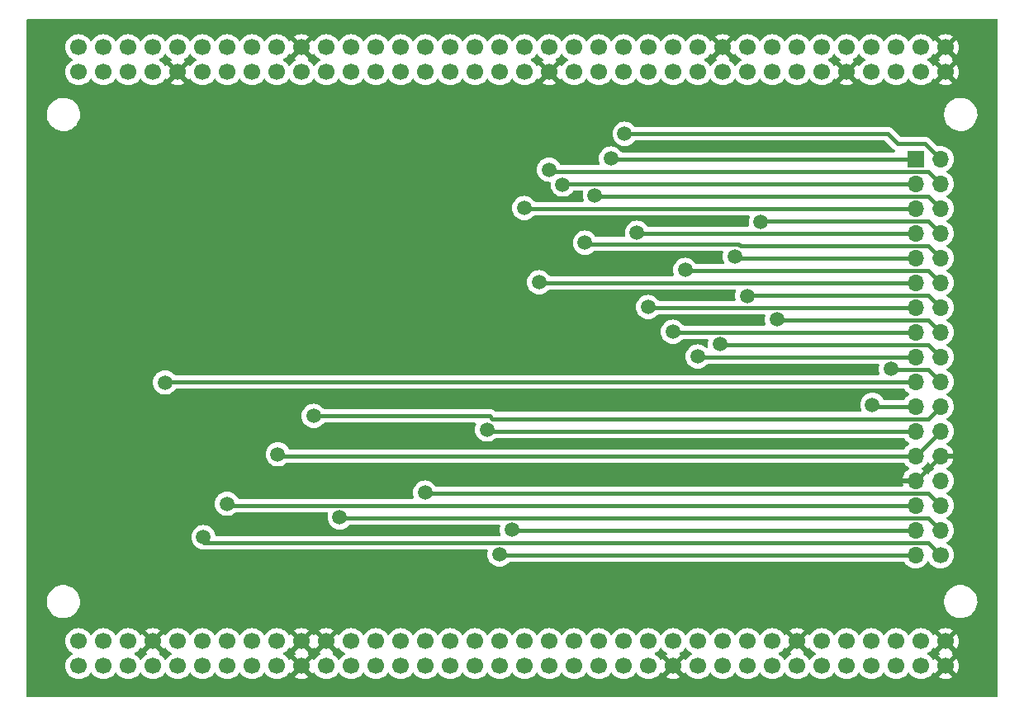
<source format=gbr>
G04 #@! TF.GenerationSoftware,KiCad,Pcbnew,7.0.1*
G04 #@! TF.CreationDate,2023-04-21T07:09:15+02:00*
G04 #@! TF.ProjectId,nucleo144 and 3.2 ILI9341 lcd parallel 16bit,6e75636c-656f-4313-9434-20616e642033,rev?*
G04 #@! TF.SameCoordinates,PX68e7780PY7bfa480*
G04 #@! TF.FileFunction,Copper,L2,Bot*
G04 #@! TF.FilePolarity,Positive*
%FSLAX46Y46*%
G04 Gerber Fmt 4.6, Leading zero omitted, Abs format (unit mm)*
G04 Created by KiCad (PCBNEW 7.0.1) date 2023-04-21 07:09:15*
%MOMM*%
%LPD*%
G01*
G04 APERTURE LIST*
G04 #@! TA.AperFunction,ComponentPad*
%ADD10R,1.700000X1.700000*%
G04 #@! TD*
G04 #@! TA.AperFunction,ComponentPad*
%ADD11O,1.700000X1.700000*%
G04 #@! TD*
G04 #@! TA.AperFunction,ComponentPad*
%ADD12C,1.700000*%
G04 #@! TD*
G04 #@! TA.AperFunction,ViaPad*
%ADD13C,1.500000*%
G04 #@! TD*
G04 #@! TA.AperFunction,Conductor*
%ADD14C,0.400000*%
G04 #@! TD*
G04 APERTURE END LIST*
D10*
G04 #@! TO.P,TFT1,1,CS*
G04 #@! TO.N,LCD_CS*
X91374000Y55419000D03*
D11*
G04 #@! TO.P,TFT1,2,RS*
G04 #@! TO.N,LCD_RS*
X93914000Y55419000D03*
G04 #@! TO.P,TFT1,3,WR*
G04 #@! TO.N,LCD_WR*
X91374000Y52879000D03*
G04 #@! TO.P,TFT1,4,RD*
G04 #@! TO.N,LCD_RD*
X93914000Y52879000D03*
G04 #@! TO.P,TFT1,5,RST*
G04 #@! TO.N,LCD_RST*
X91374000Y50339000D03*
G04 #@! TO.P,TFT1,6,DB0*
G04 #@! TO.N,D0*
X93914000Y50339000D03*
G04 #@! TO.P,TFT1,7,DB1*
G04 #@! TO.N,D1*
X91374000Y47799000D03*
G04 #@! TO.P,TFT1,8,DB2*
G04 #@! TO.N,D2*
X93914000Y47799000D03*
G04 #@! TO.P,TFT1,9,DB3*
G04 #@! TO.N,D3*
X91374000Y45259000D03*
G04 #@! TO.P,TFT1,10,DB4*
G04 #@! TO.N,D4*
X93914000Y45259000D03*
G04 #@! TO.P,TFT1,11,DB5*
G04 #@! TO.N,D5*
X91374000Y42719000D03*
G04 #@! TO.P,TFT1,12,DB6*
G04 #@! TO.N,D6*
X93914000Y42719000D03*
G04 #@! TO.P,TFT1,13,DB7*
G04 #@! TO.N,D7*
X91374000Y40179000D03*
G04 #@! TO.P,TFT1,14,DB8*
G04 #@! TO.N,D8*
X93914000Y40179000D03*
G04 #@! TO.P,TFT1,15,DB9*
G04 #@! TO.N,D9*
X91374000Y37639000D03*
G04 #@! TO.P,TFT1,16,DB10*
G04 #@! TO.N,D10*
X93914000Y37639000D03*
G04 #@! TO.P,TFT1,17,DB11*
G04 #@! TO.N,D11*
X91374000Y35099000D03*
G04 #@! TO.P,TFT1,18,DB12*
G04 #@! TO.N,D12*
X93914000Y35099000D03*
G04 #@! TO.P,TFT1,19,DB13*
G04 #@! TO.N,D13*
X91374000Y32559000D03*
G04 #@! TO.P,TFT1,20,DB14*
G04 #@! TO.N,D14*
X93914000Y32559000D03*
G04 #@! TO.P,TFT1,21,DB15*
G04 #@! TO.N,D15*
X91374000Y30019000D03*
G04 #@! TO.P,TFT1,22,SDCS*
G04 #@! TO.N,SD_CS*
X93914000Y30019000D03*
G04 #@! TO.P,TFT1,23,BL*
G04 #@! TO.N,LCD_BL*
X91374000Y27479000D03*
G04 #@! TO.P,TFT1,24,5V*
G04 #@! TO.N,5V*
X93914000Y27479000D03*
G04 #@! TO.P,TFT1,25,5V*
X91374000Y24939000D03*
G04 #@! TO.P,TFT1,26,GND*
G04 #@! TO.N,GND*
X93914000Y24939000D03*
G04 #@! TO.P,TFT1,27,GND*
X91374000Y22399000D03*
G04 #@! TO.P,TFT1,28,NC*
G04 #@! TO.N,unconnected-(TFT1-NC-Pad28)*
X93914000Y22399000D03*
G04 #@! TO.P,TFT1,29,MISO*
G04 #@! TO.N,SPI_MISO*
X91374000Y19859000D03*
G04 #@! TO.P,TFT1,30,MOSI*
G04 #@! TO.N,SPI_MOSI*
X93914000Y19859000D03*
G04 #@! TO.P,TFT1,31,PEN*
G04 #@! TO.N,PEN*
X91374000Y17319000D03*
G04 #@! TO.P,TFT1,32,F_CS*
G04 #@! TO.N,F_CS*
X93914000Y17319000D03*
G04 #@! TO.P,TFT1,33,T_CS*
G04 #@! TO.N,T_CS*
X91374000Y14779000D03*
D12*
G04 #@! TO.P,TFT1,34,CLK*
G04 #@! TO.N,SPI_CLK*
X93914000Y14779000D03*
G04 #@! TD*
G04 #@! TO.P,U1,1,PC10*
G04 #@! TO.N,unconnected-(U1-PC10-Pad1)*
X5564000Y3377000D03*
G04 #@! TO.P,U1,2,PC11*
G04 #@! TO.N,unconnected-(U1-PC11-Pad2)*
X5564000Y5917000D03*
G04 #@! TO.P,U1,3,PC12*
G04 #@! TO.N,unconnected-(U1-PC12-Pad3)*
X8104000Y3377000D03*
G04 #@! TO.P,U1,4,PD2*
G04 #@! TO.N,unconnected-(U1-PD2-Pad4)*
X8104000Y5917000D03*
G04 #@! TO.P,U1,5,VDD*
G04 #@! TO.N,unconnected-(U1-VDD-Pad5)*
X10644000Y3377000D03*
G04 #@! TO.P,U1,6,E5V*
G04 #@! TO.N,unconnected-(U1-E5V-Pad6)*
X10644000Y5917000D03*
G04 #@! TO.P,U1,7,~{BOOT0}*
G04 #@! TO.N,unconnected-(U1-~{BOOT0}-Pad7)*
X13184000Y3377000D03*
G04 #@! TO.P,U1,8,GND*
G04 #@! TO.N,GND*
X13184000Y5917000D03*
G04 #@! TO.P,U1,9,PF6*
G04 #@! TO.N,unconnected-(U1-PF6-Pad9)*
X15724000Y3377000D03*
G04 #@! TO.P,U1,10,NC*
G04 #@! TO.N,unconnected-(U1-NC-Pad10)*
X15724000Y5917000D03*
G04 #@! TO.P,U1,11,PF7*
G04 #@! TO.N,unconnected-(U1-PF7-Pad11)*
X18264000Y3377000D03*
G04 #@! TO.P,U1,12,IOREF*
G04 #@! TO.N,unconnected-(U1-IOREF-Pad12)*
X18264000Y5917000D03*
G04 #@! TO.P,U1,13,TMS/PA13*
G04 #@! TO.N,unconnected-(U1-TMS{slash}PA13-Pad13)*
X20804000Y3377000D03*
G04 #@! TO.P,U1,14,~{RST}*
G04 #@! TO.N,unconnected-(U1-~{RST}-Pad14)*
X20804000Y5917000D03*
G04 #@! TO.P,U1,15,TCK/PA14*
G04 #@! TO.N,unconnected-(U1-TCK{slash}PA14-Pad15)*
X23344000Y3377000D03*
G04 #@! TO.P,U1,16,+3V3*
G04 #@! TO.N,unconnected-(U1-+3V3-Pad16)*
X23344000Y5917000D03*
G04 #@! TO.P,U1,17,PA15*
G04 #@! TO.N,unconnected-(U1-PA15-Pad17)*
X25884000Y3377000D03*
G04 #@! TO.P,U1,18,+5V*
G04 #@! TO.N,5V*
X25884000Y5917000D03*
G04 #@! TO.P,U1,19,GND*
G04 #@! TO.N,GND*
X28424000Y3377000D03*
G04 #@! TO.P,U1,20,GND*
X28424000Y5917000D03*
G04 #@! TO.P,U1,21,LD2/PB7*
G04 #@! TO.N,unconnected-(U1-LD2{slash}PB7-Pad21)*
X30964000Y3377000D03*
G04 #@! TO.P,U1,22,GND*
G04 #@! TO.N,GND*
X30964000Y5917000D03*
G04 #@! TO.P,U1,23,BT/PC13*
G04 #@! TO.N,unconnected-(U1-BT{slash}PC13-Pad23)*
X33504000Y3377000D03*
G04 #@! TO.P,U1,24,VIN*
G04 #@! TO.N,unconnected-(U1-VIN-Pad24)*
X33504000Y5917000D03*
G04 #@! TO.P,U1,25,RTC_CRYSTAL/PC14*
G04 #@! TO.N,unconnected-(U1-RTC_CRYSTAL{slash}PC14-Pad25)*
X36044000Y3377000D03*
G04 #@! TO.P,U1,26,NC*
G04 #@! TO.N,unconnected-(U1-NC-Pad26)*
X36044000Y5917000D03*
G04 #@! TO.P,U1,27,RTC_CRYSTAL/PC15*
G04 #@! TO.N,unconnected-(U1-RTC_CRYSTAL{slash}PC15-Pad27)*
X38584000Y3377000D03*
G04 #@! TO.P,U1,28,ETH_REF_CLK/PA0*
G04 #@! TO.N,unconnected-(U1-ETH_REF_CLK{slash}PA0-Pad28)*
X38584000Y5917000D03*
G04 #@! TO.P,U1,29,PH0*
G04 #@! TO.N,unconnected-(U1-PH0-Pad29)*
X41124000Y3377000D03*
G04 #@! TO.P,U1,30,ETH_MDIO/PA1*
G04 #@! TO.N,unconnected-(U1-ETH_MDIO{slash}PA1-Pad30)*
X41124000Y5917000D03*
G04 #@! TO.P,U1,31,PH1*
G04 #@! TO.N,unconnected-(U1-PH1-Pad31)*
X43664000Y3377000D03*
G04 #@! TO.P,U1,32,PA4*
G04 #@! TO.N,unconnected-(U1-PA4-Pad32)*
X43664000Y5917000D03*
G04 #@! TO.P,U1,33,VBAT*
G04 #@! TO.N,unconnected-(U1-VBAT-Pad33)*
X46204000Y3377000D03*
G04 #@! TO.P,U1,34,PB0*
G04 #@! TO.N,unconnected-(U1-PB0-Pad34)*
X46204000Y5917000D03*
G04 #@! TO.P,U1,35,PC2*
G04 #@! TO.N,LCD_BL*
X48744000Y3377000D03*
G04 #@! TO.P,U1,36,ETH_MDC/PC1*
G04 #@! TO.N,unconnected-(U1-ETH_MDC{slash}PC1-Pad36)*
X48744000Y5917000D03*
G04 #@! TO.P,U1,37,PC3*
G04 #@! TO.N,PEN*
X51284000Y3377000D03*
G04 #@! TO.P,U1,38,PC0*
G04 #@! TO.N,LCD_RST*
X51284000Y5917000D03*
G04 #@! TO.P,U1,39,PD4*
G04 #@! TO.N,LCD_RD*
X53824000Y3377000D03*
G04 #@! TO.P,U1,40,PD3*
G04 #@! TO.N,unconnected-(U1-PD3-Pad40)*
X53824000Y5917000D03*
G04 #@! TO.P,U1,41,PD5*
G04 #@! TO.N,LCD_WR*
X56364000Y3377000D03*
G04 #@! TO.P,U1,42,PG2*
G04 #@! TO.N,unconnected-(U1-PG2-Pad42)*
X56364000Y5917000D03*
G04 #@! TO.P,U1,43,PD6*
G04 #@! TO.N,unconnected-(U1-PD6-Pad43)*
X58904000Y3377000D03*
G04 #@! TO.P,U1,44,PG3*
G04 #@! TO.N,unconnected-(U1-PG3-Pad44)*
X58904000Y5917000D03*
G04 #@! TO.P,U1,45,PD7*
G04 #@! TO.N,LCD_CS*
X61444000Y3377000D03*
G04 #@! TO.P,U1,46,PE2*
G04 #@! TO.N,unconnected-(U1-PE2-Pad46)*
X61444000Y5917000D03*
G04 #@! TO.P,U1,47,PE3*
G04 #@! TO.N,unconnected-(U1-PE3-Pad47)*
X63984000Y3377000D03*
G04 #@! TO.P,U1,48,PE4*
G04 #@! TO.N,unconnected-(U1-PE4-Pad48)*
X63984000Y5917000D03*
G04 #@! TO.P,U1,49,GND*
G04 #@! TO.N,GND*
X66524000Y3377000D03*
G04 #@! TO.P,U1,50,PE5*
G04 #@! TO.N,unconnected-(U1-PE5-Pad50)*
X66524000Y5917000D03*
G04 #@! TO.P,U1,51,PF1*
G04 #@! TO.N,unconnected-(U1-PF1-Pad51)*
X69064000Y3377000D03*
G04 #@! TO.P,U1,52,PF2*
G04 #@! TO.N,unconnected-(U1-PF2-Pad52)*
X69064000Y5917000D03*
G04 #@! TO.P,U1,53,PF0*
G04 #@! TO.N,unconnected-(U1-PF0-Pad53)*
X71604000Y3377000D03*
G04 #@! TO.P,U1,54,PF8*
G04 #@! TO.N,unconnected-(U1-PF8-Pad54)*
X71604000Y5917000D03*
G04 #@! TO.P,U1,55,PD1*
G04 #@! TO.N,D3*
X74144000Y3377000D03*
G04 #@! TO.P,U1,56,PF9*
G04 #@! TO.N,unconnected-(U1-PF9-Pad56)*
X74144000Y5917000D03*
G04 #@! TO.P,U1,57,PD0*
G04 #@! TO.N,D2*
X76684000Y3377000D03*
G04 #@! TO.P,U1,58,PG1*
G04 #@! TO.N,unconnected-(U1-PG1-Pad58)*
X76684000Y5917000D03*
G04 #@! TO.P,U1,59,PG0*
G04 #@! TO.N,unconnected-(U1-PG0-Pad59)*
X79224000Y3377000D03*
G04 #@! TO.P,U1,60,GND*
G04 #@! TO.N,GND*
X79224000Y5917000D03*
G04 #@! TO.P,U1,61,PE1*
G04 #@! TO.N,unconnected-(U1-PE1-Pad61)*
X81764000Y3377000D03*
G04 #@! TO.P,U1,62,PE6*
G04 #@! TO.N,unconnected-(U1-PE6-Pad62)*
X81764000Y5917000D03*
G04 #@! TO.P,U1,63,PG9*
G04 #@! TO.N,unconnected-(U1-PG9-Pad63)*
X84304000Y3377000D03*
G04 #@! TO.P,U1,64,PG15*
G04 #@! TO.N,unconnected-(U1-PG15-Pad64)*
X84304000Y5917000D03*
G04 #@! TO.P,U1,65,PG12*
G04 #@! TO.N,unconnected-(U1-PG12-Pad65)*
X86844000Y3377000D03*
G04 #@! TO.P,U1,66,PG10*
G04 #@! TO.N,unconnected-(U1-PG10-Pad66)*
X86844000Y5917000D03*
G04 #@! TO.P,U1,67,NC*
G04 #@! TO.N,unconnected-(U1-NC-Pad67)*
X89384000Y3377000D03*
G04 #@! TO.P,U1,68,PG13/ETH_TXD0*
G04 #@! TO.N,unconnected-(U1-PG13{slash}ETH_TXD0-Pad68)*
X89384000Y5917000D03*
G04 #@! TO.P,U1,69,STLINK_RX/PD9*
G04 #@! TO.N,D14*
X91924000Y3377000D03*
G04 #@! TO.P,U1,70,PG11/ETH_TX_EN*
G04 #@! TO.N,unconnected-(U1-PG11{slash}ETH_TX_EN-Pad70)*
X91924000Y5917000D03*
G04 #@! TO.P,U1,71,GND*
G04 #@! TO.N,GND*
X94464000Y3377000D03*
G04 #@! TO.P,U1,72,GND*
X94464000Y5917000D03*
G04 #@! TO.P,U1,73,PC9*
G04 #@! TO.N,unconnected-(U1-PC9-Pad73)*
X5564000Y64337000D03*
G04 #@! TO.P,U1,74,PC8*
G04 #@! TO.N,unconnected-(U1-PC8-Pad74)*
X5564000Y66877000D03*
G04 #@! TO.P,U1,75,PB8*
G04 #@! TO.N,unconnected-(U1-PB8-Pad75)*
X8104000Y64337000D03*
G04 #@! TO.P,U1,76,PC6*
G04 #@! TO.N,unconnected-(U1-PC6-Pad76)*
X8104000Y66877000D03*
G04 #@! TO.P,U1,77,PB9*
G04 #@! TO.N,unconnected-(U1-PB9-Pad77)*
X10644000Y64337000D03*
G04 #@! TO.P,U1,78,ETH_RXD1/PC5*
G04 #@! TO.N,unconnected-(U1-ETH_RXD1{slash}PC5-Pad78)*
X10644000Y66877000D03*
G04 #@! TO.P,U1,79,AVDD*
G04 #@! TO.N,unconnected-(U1-AVDD-Pad79)*
X13184000Y64337000D03*
G04 #@! TO.P,U1,80,U5V*
G04 #@! TO.N,unconnected-(U1-U5V-Pad80)*
X13184000Y66877000D03*
G04 #@! TO.P,U1,81,GND*
G04 #@! TO.N,GND*
X15724000Y64337000D03*
G04 #@! TO.P,U1,82,STLINK_TX/PD8*
G04 #@! TO.N,D13*
X15724000Y66877000D03*
G04 #@! TO.P,U1,83,PA5*
G04 #@! TO.N,SPI_CLK*
X18264000Y64337000D03*
G04 #@! TO.P,U1,84,USB_DP/PA12*
G04 #@! TO.N,unconnected-(U1-USB_DP{slash}PA12-Pad84)*
X18264000Y66877000D03*
G04 #@! TO.P,U1,85,PA6*
G04 #@! TO.N,SPI_MISO*
X20804000Y64337000D03*
G04 #@! TO.P,U1,86,USB_DM/PA11*
G04 #@! TO.N,unconnected-(U1-USB_DM{slash}PA11-Pad86)*
X20804000Y66877000D03*
G04 #@! TO.P,U1,87,ETH_CRS_DV/PA7*
G04 #@! TO.N,unconnected-(U1-ETH_CRS_DV{slash}PA7-Pad87)*
X23344000Y64337000D03*
G04 #@! TO.P,U1,88,PB12*
G04 #@! TO.N,unconnected-(U1-PB12-Pad88)*
X23344000Y66877000D03*
G04 #@! TO.P,U1,89,PB6*
G04 #@! TO.N,unconnected-(U1-PB6-Pad89)*
X25884000Y64337000D03*
G04 #@! TO.P,U1,90,PB11*
G04 #@! TO.N,unconnected-(U1-PB11-Pad90)*
X25884000Y66877000D03*
G04 #@! TO.P,U1,91,PC7*
G04 #@! TO.N,unconnected-(U1-PC7-Pad91)*
X28424000Y64337000D03*
G04 #@! TO.P,U1,92,GND*
G04 #@! TO.N,GND*
X28424000Y66877000D03*
G04 #@! TO.P,U1,93,USB_VBUS/PA9*
G04 #@! TO.N,unconnected-(U1-USB_VBUS{slash}PA9-Pad93)*
X30964000Y64337000D03*
G04 #@! TO.P,U1,94,PB2*
G04 #@! TO.N,SD_CS*
X30964000Y66877000D03*
G04 #@! TO.P,U1,95,USB_SOF/PA8*
G04 #@! TO.N,unconnected-(U1-USB_SOF{slash}PA8-Pad95)*
X33504000Y64337000D03*
G04 #@! TO.P,U1,96,PB1*
G04 #@! TO.N,F_CS*
X33504000Y66877000D03*
G04 #@! TO.P,U1,97,PB10*
G04 #@! TO.N,unconnected-(U1-PB10-Pad97)*
X36044000Y64337000D03*
G04 #@! TO.P,U1,98,PB15*
G04 #@! TO.N,unconnected-(U1-PB15-Pad98)*
X36044000Y66877000D03*
G04 #@! TO.P,U1,99,PB4*
G04 #@! TO.N,unconnected-(U1-PB4-Pad99)*
X38584000Y64337000D03*
G04 #@! TO.P,U1,100,LD3/PB14*
G04 #@! TO.N,unconnected-(U1-LD3{slash}PB14-Pad100)*
X38584000Y66877000D03*
G04 #@! TO.P,U1,101,PB5*
G04 #@! TO.N,SPI_MOSI*
X41124000Y64337000D03*
G04 #@! TO.P,U1,102,ETH_TXD1/PB13*
G04 #@! TO.N,unconnected-(U1-ETH_TXD1{slash}PB13-Pad102)*
X41124000Y66877000D03*
G04 #@! TO.P,U1,103,SWO/PB3*
G04 #@! TO.N,unconnected-(U1-SWO{slash}PB3-Pad103)*
X43664000Y64337000D03*
G04 #@! TO.P,U1,104,AGND*
G04 #@! TO.N,unconnected-(U1-AGND-Pad104)*
X43664000Y66877000D03*
G04 #@! TO.P,U1,105,USB_ID/PA10*
G04 #@! TO.N,unconnected-(U1-USB_ID{slash}PA10-Pad105)*
X46204000Y64337000D03*
G04 #@! TO.P,U1,106,ETH_RXD0/PC4*
G04 #@! TO.N,unconnected-(U1-ETH_RXD0{slash}PC4-Pad106)*
X46204000Y66877000D03*
G04 #@! TO.P,U1,107,PA2*
G04 #@! TO.N,unconnected-(U1-PA2-Pad107)*
X48744000Y64337000D03*
G04 #@! TO.P,U1,108,PF5*
G04 #@! TO.N,unconnected-(U1-PF5-Pad108)*
X48744000Y66877000D03*
G04 #@! TO.P,U1,109,PA3*
G04 #@! TO.N,T_CS*
X51284000Y64337000D03*
G04 #@! TO.P,U1,110,PF4*
G04 #@! TO.N,unconnected-(U1-PF4-Pad110)*
X51284000Y66877000D03*
G04 #@! TO.P,U1,111,GND*
G04 #@! TO.N,GND*
X53824000Y64337000D03*
G04 #@! TO.P,U1,112,PE8*
G04 #@! TO.N,D5*
X53824000Y66877000D03*
G04 #@! TO.P,U1,113,PD13*
G04 #@! TO.N,unconnected-(U1-PD13-Pad113)*
X56364000Y64337000D03*
G04 #@! TO.P,U1,114,PF10*
G04 #@! TO.N,unconnected-(U1-PF10-Pad114)*
X56364000Y66877000D03*
G04 #@! TO.P,U1,115,PD12*
G04 #@! TO.N,unconnected-(U1-PD12-Pad115)*
X58904000Y64337000D03*
G04 #@! TO.P,U1,116,PE7*
G04 #@! TO.N,D4*
X58904000Y66877000D03*
G04 #@! TO.P,U1,117,PD11*
G04 #@! TO.N,LCD_RS*
X61444000Y64337000D03*
G04 #@! TO.P,U1,118,PD14*
G04 #@! TO.N,D0*
X61444000Y66877000D03*
G04 #@! TO.P,U1,119,PE10*
G04 #@! TO.N,D7*
X63984000Y64337000D03*
G04 #@! TO.P,U1,120,PD15*
G04 #@! TO.N,D1*
X63984000Y66877000D03*
G04 #@! TO.P,U1,121,PE12*
G04 #@! TO.N,D9*
X66524000Y64337000D03*
G04 #@! TO.P,U1,122,PF14*
G04 #@! TO.N,unconnected-(U1-PF14-Pad122)*
X66524000Y66877000D03*
G04 #@! TO.P,U1,123,PE14*
G04 #@! TO.N,D11*
X69064000Y64337000D03*
G04 #@! TO.P,U1,124,PE9*
G04 #@! TO.N,D6*
X69064000Y66877000D03*
G04 #@! TO.P,U1,125,PE15*
G04 #@! TO.N,D12*
X71604000Y64337000D03*
G04 #@! TO.P,U1,126,GND*
G04 #@! TO.N,GND*
X71604000Y66877000D03*
G04 #@! TO.P,U1,127,PE13*
G04 #@! TO.N,D10*
X74144000Y64337000D03*
G04 #@! TO.P,U1,128,PE11*
G04 #@! TO.N,D8*
X74144000Y66877000D03*
G04 #@! TO.P,U1,129,PF13*
G04 #@! TO.N,unconnected-(U1-PF13-Pad129)*
X76684000Y64337000D03*
G04 #@! TO.P,U1,130,PF3*
G04 #@! TO.N,unconnected-(U1-PF3-Pad130)*
X76684000Y66877000D03*
G04 #@! TO.P,U1,131,PF12*
G04 #@! TO.N,unconnected-(U1-PF12-Pad131)*
X79224000Y64337000D03*
G04 #@! TO.P,U1,132,PF15*
G04 #@! TO.N,unconnected-(U1-PF15-Pad132)*
X79224000Y66877000D03*
G04 #@! TO.P,U1,133,PG14*
G04 #@! TO.N,unconnected-(U1-PG14-Pad133)*
X81764000Y64337000D03*
G04 #@! TO.P,U1,134,PF11*
G04 #@! TO.N,unconnected-(U1-PF11-Pad134)*
X81764000Y66877000D03*
G04 #@! TO.P,U1,135,GND*
G04 #@! TO.N,GND*
X84304000Y64337000D03*
G04 #@! TO.P,U1,136,PE0*
G04 #@! TO.N,unconnected-(U1-PE0-Pad136)*
X84304000Y66877000D03*
G04 #@! TO.P,U1,137,PD10*
G04 #@! TO.N,D15*
X86844000Y64337000D03*
G04 #@! TO.P,U1,138,PG8*
G04 #@! TO.N,unconnected-(U1-PG8-Pad138)*
X86844000Y66877000D03*
G04 #@! TO.P,U1,139,PG7/USB_GPIO_IN*
G04 #@! TO.N,unconnected-(U1-PG7{slash}USB_GPIO_IN-Pad139)*
X89384000Y64337000D03*
G04 #@! TO.P,U1,140,PG5*
G04 #@! TO.N,unconnected-(U1-PG5-Pad140)*
X89384000Y66877000D03*
G04 #@! TO.P,U1,141,PG4*
G04 #@! TO.N,unconnected-(U1-PG4-Pad141)*
X91924000Y64337000D03*
G04 #@! TO.P,U1,142,PG6/USB_GPIO_OUT*
G04 #@! TO.N,unconnected-(U1-PG6{slash}USB_GPIO_OUT-Pad142)*
X91924000Y66877000D03*
G04 #@! TO.P,U1,143,GND*
G04 #@! TO.N,GND*
X94464000Y64337000D03*
G04 #@! TO.P,U1,144,GND*
X94464000Y66877000D03*
G04 #@! TD*
D13*
G04 #@! TO.N,5V*
X25985000Y25122000D03*
G04 #@! TO.N,LCD_RD*
X53798000Y54332000D03*
G04 #@! TO.N,LCD_WR*
X55195000Y52808000D03*
G04 #@! TO.N,LCD_CS*
X60148000Y55475000D03*
G04 #@! TO.N,LCD_RST*
X51258000Y50395000D03*
G04 #@! TO.N,LCD_RS*
X61545000Y58015000D03*
G04 #@! TO.N,LCD_BL*
X47448000Y27662000D03*
G04 #@! TO.N,GND*
X11666000Y21034000D03*
X45448000Y48720000D03*
X11920000Y48974000D03*
X80500000Y23066000D03*
X36812000Y22812000D03*
X36812000Y48720000D03*
X24874000Y48720000D03*
G04 #@! TO.N,SPI_MISO*
X20778000Y20042000D03*
G04 #@! TO.N,SPI_MOSI*
X41098000Y21185000D03*
G04 #@! TO.N,PEN*
X49988000Y17375000D03*
G04 #@! TO.N,F_CS*
X32335000Y18645000D03*
G04 #@! TO.N,T_CS*
X48718000Y14835000D03*
G04 #@! TO.N,SPI_CLK*
X18365000Y16613000D03*
G04 #@! TO.N,SD_CS*
X29668000Y29059000D03*
G04 #@! TO.N,D0*
X58497000Y51665000D03*
G04 #@! TO.N,D1*
X62815000Y47855000D03*
G04 #@! TO.N,D2*
X75515000Y48948500D03*
G04 #@! TO.N,D3*
X72848000Y45442000D03*
G04 #@! TO.N,D4*
X57481000Y46839000D03*
G04 #@! TO.N,D5*
X52782000Y42775000D03*
G04 #@! TO.N,D6*
X67768000Y44045000D03*
G04 #@! TO.N,D7*
X63958000Y40235000D03*
G04 #@! TO.N,D8*
X74118000Y41378000D03*
G04 #@! TO.N,D9*
X66498000Y37695000D03*
G04 #@! TO.N,D10*
X77166000Y38965000D03*
G04 #@! TO.N,D11*
X69038000Y35155000D03*
G04 #@! TO.N,D12*
X71324000Y36425000D03*
G04 #@! TO.N,D13*
X14428000Y32488000D03*
G04 #@! TO.N,D14*
X88850000Y33885000D03*
G04 #@! TO.N,D15*
X86945000Y30202000D03*
G04 #@! TD*
D14*
G04 #@! TO.N,5V*
X93914000Y27479000D02*
X91374000Y24939000D01*
X91374000Y24939000D02*
X26168000Y24939000D01*
X26168000Y24939000D02*
X25985000Y25122000D01*
G04 #@! TO.N,LCD_RD*
X54001000Y54129000D02*
X53798000Y54332000D01*
X93914000Y52879000D02*
X92664000Y54129000D01*
X92664000Y54129000D02*
X54001000Y54129000D01*
G04 #@! TO.N,LCD_WR*
X55266000Y52879000D02*
X55195000Y52808000D01*
X91374000Y52879000D02*
X55266000Y52879000D01*
G04 #@! TO.N,LCD_CS*
X60204000Y55419000D02*
X60148000Y55475000D01*
X91374000Y55419000D02*
X60204000Y55419000D01*
G04 #@! TO.N,LCD_RST*
X51314000Y50339000D02*
X51258000Y50395000D01*
X91374000Y50339000D02*
X51314000Y50339000D01*
G04 #@! TO.N,LCD_RS*
X89500000Y57000000D02*
X88485000Y58015000D01*
X89500000Y57000000D02*
X92333000Y57000000D01*
X92333000Y57000000D02*
X93914000Y55419000D01*
X88485000Y58015000D02*
X61545000Y58015000D01*
G04 #@! TO.N,LCD_BL*
X91374000Y27479000D02*
X47631000Y27479000D01*
X47631000Y27479000D02*
X47448000Y27662000D01*
G04 #@! TO.N,GND*
X93914000Y24939000D02*
X91374000Y22399000D01*
G04 #@! TO.N,SPI_MISO*
X91374000Y19859000D02*
X20961000Y19859000D01*
X20961000Y19859000D02*
X20778000Y20042000D01*
G04 #@! TO.N,SPI_MOSI*
X92664000Y21109000D02*
X41174000Y21109000D01*
X93914000Y19859000D02*
X92664000Y21109000D01*
X41174000Y21109000D02*
X41098000Y21185000D01*
G04 #@! TO.N,PEN*
X91374000Y17319000D02*
X50044000Y17319000D01*
X50044000Y17319000D02*
X49988000Y17375000D01*
G04 #@! TO.N,F_CS*
X32411000Y18569000D02*
X32335000Y18645000D01*
X93914000Y17319000D02*
X92664000Y18569000D01*
X92664000Y18569000D02*
X32411000Y18569000D01*
G04 #@! TO.N,T_CS*
X48774000Y14779000D02*
X48718000Y14835000D01*
X91374000Y14779000D02*
X48774000Y14779000D01*
G04 #@! TO.N,SPI_CLK*
X18238000Y16232000D02*
X18365000Y16359000D01*
X18441000Y16029000D02*
X18238000Y16232000D01*
X93914000Y14779000D02*
X92664000Y16029000D01*
X18365000Y16359000D02*
X18365000Y16613000D01*
X92664000Y16029000D02*
X18441000Y16029000D01*
G04 #@! TO.N,SD_CS*
X92664000Y28769000D02*
X47967346Y28769000D01*
X93914000Y30019000D02*
X92664000Y28769000D01*
X47967346Y28769000D02*
X47677346Y29059000D01*
X47677346Y29059000D02*
X29668000Y29059000D01*
G04 #@! TO.N,D0*
X92624000Y51629000D02*
X58533000Y51629000D01*
X93914000Y50339000D02*
X92624000Y51629000D01*
X58533000Y51629000D02*
X58497000Y51665000D01*
G04 #@! TO.N,D1*
X62871000Y47799000D02*
X62815000Y47855000D01*
X91374000Y47799000D02*
X62871000Y47799000D01*
G04 #@! TO.N,D2*
X75615500Y49049000D02*
X75515000Y48948500D01*
X92664000Y49049000D02*
X75615500Y49049000D01*
X93914000Y47799000D02*
X92664000Y49049000D01*
G04 #@! TO.N,D3*
X73031000Y45259000D02*
X72848000Y45442000D01*
X91374000Y45259000D02*
X73031000Y45259000D01*
G04 #@! TO.N,D4*
X73407346Y46509000D02*
X73211346Y46705000D01*
X93914000Y45259000D02*
X92664000Y46509000D01*
X57615000Y46705000D02*
X57481000Y46839000D01*
X92664000Y46509000D02*
X73407346Y46509000D01*
X73211346Y46705000D02*
X57615000Y46705000D01*
G04 #@! TO.N,D5*
X52838000Y42719000D02*
X52782000Y42775000D01*
X91374000Y42719000D02*
X52838000Y42719000D01*
G04 #@! TO.N,D6*
X93914000Y42719000D02*
X92664000Y43969000D01*
X67844000Y43969000D02*
X67768000Y44045000D01*
X92664000Y43969000D02*
X67844000Y43969000D01*
G04 #@! TO.N,D7*
X91374000Y40179000D02*
X64014000Y40179000D01*
X64014000Y40179000D02*
X63958000Y40235000D01*
G04 #@! TO.N,D8*
X93914000Y40179000D02*
X92664000Y41429000D01*
X74169000Y41429000D02*
X74118000Y41378000D01*
X92664000Y41429000D02*
X74169000Y41429000D01*
G04 #@! TO.N,D9*
X66554000Y37639000D02*
X66498000Y37695000D01*
X91374000Y37639000D02*
X66554000Y37639000D01*
G04 #@! TO.N,D10*
X92664000Y38889000D02*
X77242000Y38889000D01*
X77242000Y38889000D02*
X77166000Y38965000D01*
X93914000Y37639000D02*
X92664000Y38889000D01*
G04 #@! TO.N,D11*
X91374000Y35099000D02*
X69094000Y35099000D01*
X69094000Y35099000D02*
X69038000Y35155000D01*
G04 #@! TO.N,D12*
X93914000Y35099000D02*
X92664000Y36349000D01*
X92664000Y36349000D02*
X71400000Y36349000D01*
X71400000Y36349000D02*
X71324000Y36425000D01*
G04 #@! TO.N,D13*
X91374000Y32559000D02*
X14499000Y32559000D01*
X14499000Y32559000D02*
X14428000Y32488000D01*
G04 #@! TO.N,D14*
X93914000Y32559000D02*
X92664000Y33809000D01*
X88926000Y33809000D02*
X88850000Y33885000D01*
X92664000Y33809000D02*
X88926000Y33809000D01*
G04 #@! TO.N,D15*
X91374000Y30019000D02*
X87128000Y30019000D01*
X87128000Y30019000D02*
X86945000Y30202000D01*
G04 #@! TD*
G04 #@! TA.AperFunction,Conductor*
G04 #@! TO.N,GND*
G36*
X92701562Y24292461D02*
G01*
X92745880Y24253596D01*
X92875893Y24067919D01*
X93042918Y23900894D01*
X93228595Y23770881D01*
X93267460Y23726563D01*
X93281471Y23669306D01*
X93267460Y23612049D01*
X93228595Y23567731D01*
X93042595Y23437492D01*
X92875508Y23270405D01*
X92745269Y23084404D01*
X92700951Y23045539D01*
X92643694Y23031528D01*
X92586437Y23045539D01*
X92542119Y23084405D01*
X92412109Y23270079D01*
X92245081Y23437107D01*
X92059404Y23567120D01*
X92020539Y23611438D01*
X92006528Y23668695D01*
X92020539Y23725952D01*
X92059402Y23770268D01*
X92245401Y23900505D01*
X92412495Y24067599D01*
X92542732Y24253598D01*
X92587048Y24292461D01*
X92644305Y24306472D01*
X92701562Y24292461D01*
G37*
G04 #@! TD.AperFunction*
G04 #@! TA.AperFunction,Conductor*
G36*
X99737500Y69782887D02*
G01*
X99782887Y69737500D01*
X99799500Y69675500D01*
X99799500Y324500D01*
X99782887Y262500D01*
X99737500Y217113D01*
X99675500Y200500D01*
X324500Y200500D01*
X262500Y217113D01*
X217113Y262500D01*
X200500Y324500D01*
X200500Y3377001D01*
X4208340Y3377001D01*
X4228936Y3141593D01*
X4260593Y3023447D01*
X4290097Y2913337D01*
X4389965Y2699170D01*
X4525505Y2505599D01*
X4692599Y2338505D01*
X4886170Y2202965D01*
X5100337Y2103097D01*
X5328592Y2041937D01*
X5564000Y2021341D01*
X5799408Y2041937D01*
X6027663Y2103097D01*
X6241830Y2202965D01*
X6435401Y2338505D01*
X6602495Y2505599D01*
X6732426Y2691161D01*
X6776743Y2730025D01*
X6834000Y2744036D01*
X6891257Y2730025D01*
X6935573Y2691161D01*
X7065505Y2505599D01*
X7232599Y2338505D01*
X7426170Y2202965D01*
X7640337Y2103097D01*
X7868592Y2041937D01*
X8104000Y2021341D01*
X8339408Y2041937D01*
X8567663Y2103097D01*
X8781830Y2202965D01*
X8975401Y2338505D01*
X9142495Y2505599D01*
X9272426Y2691161D01*
X9316743Y2730025D01*
X9374000Y2744036D01*
X9431257Y2730025D01*
X9475573Y2691161D01*
X9605505Y2505599D01*
X9772599Y2338505D01*
X9966170Y2202965D01*
X10180337Y2103097D01*
X10408592Y2041937D01*
X10644000Y2021341D01*
X10879408Y2041937D01*
X11107663Y2103097D01*
X11321830Y2202965D01*
X11515401Y2338505D01*
X11682495Y2505599D01*
X11812426Y2691161D01*
X11856743Y2730025D01*
X11914000Y2744036D01*
X11971257Y2730025D01*
X12015573Y2691161D01*
X12145505Y2505599D01*
X12312599Y2338505D01*
X12506170Y2202965D01*
X12720337Y2103097D01*
X12948592Y2041937D01*
X13184000Y2021341D01*
X13419408Y2041937D01*
X13647663Y2103097D01*
X13861830Y2202965D01*
X14055401Y2338505D01*
X14222495Y2505599D01*
X14352426Y2691161D01*
X14396743Y2730025D01*
X14454000Y2744036D01*
X14511257Y2730025D01*
X14555573Y2691161D01*
X14685505Y2505599D01*
X14852599Y2338505D01*
X15046170Y2202965D01*
X15260337Y2103097D01*
X15488592Y2041937D01*
X15724000Y2021341D01*
X15959408Y2041937D01*
X16187663Y2103097D01*
X16401830Y2202965D01*
X16595401Y2338505D01*
X16762495Y2505599D01*
X16892426Y2691161D01*
X16936743Y2730025D01*
X16994000Y2744036D01*
X17051257Y2730025D01*
X17095573Y2691161D01*
X17225505Y2505599D01*
X17392599Y2338505D01*
X17586170Y2202965D01*
X17800337Y2103097D01*
X18028592Y2041937D01*
X18264000Y2021341D01*
X18499408Y2041937D01*
X18727663Y2103097D01*
X18941830Y2202965D01*
X19135401Y2338505D01*
X19302495Y2505599D01*
X19432426Y2691161D01*
X19476743Y2730025D01*
X19534000Y2744036D01*
X19591257Y2730025D01*
X19635573Y2691161D01*
X19765505Y2505599D01*
X19932599Y2338505D01*
X20126170Y2202965D01*
X20340337Y2103097D01*
X20568592Y2041937D01*
X20804000Y2021341D01*
X21039408Y2041937D01*
X21267663Y2103097D01*
X21481830Y2202965D01*
X21675401Y2338505D01*
X21842495Y2505599D01*
X21972426Y2691161D01*
X22016743Y2730025D01*
X22074000Y2744036D01*
X22131257Y2730025D01*
X22175573Y2691161D01*
X22305505Y2505599D01*
X22472599Y2338505D01*
X22666170Y2202965D01*
X22880337Y2103097D01*
X23108592Y2041937D01*
X23344000Y2021341D01*
X23579408Y2041937D01*
X23807663Y2103097D01*
X24021830Y2202965D01*
X24215401Y2338505D01*
X24382495Y2505599D01*
X24512426Y2691161D01*
X24556743Y2730025D01*
X24614000Y2744036D01*
X24671257Y2730025D01*
X24715573Y2691161D01*
X24845505Y2505599D01*
X25012599Y2338505D01*
X25206170Y2202965D01*
X25420337Y2103097D01*
X25648592Y2041937D01*
X25884000Y2021341D01*
X26119408Y2041937D01*
X26347663Y2103097D01*
X26561830Y2202965D01*
X26646248Y2262075D01*
X27662625Y2262075D01*
X27746420Y2203401D01*
X27960507Y2103570D01*
X28188681Y2042431D01*
X28424000Y2021843D01*
X28659318Y2042431D01*
X28887492Y2103570D01*
X29101576Y2203400D01*
X29185373Y2262075D01*
X28424000Y3023447D01*
X27662625Y2262075D01*
X26646248Y2262075D01*
X26755401Y2338505D01*
X26922495Y2505599D01*
X27052732Y2691598D01*
X27097048Y2730461D01*
X27154305Y2744472D01*
X27211562Y2730461D01*
X27255880Y2691595D01*
X27309073Y2615627D01*
X28070447Y3376999D01*
X28070447Y3377000D01*
X28777553Y3377000D01*
X29538925Y2615627D01*
X29592119Y2691595D01*
X29636437Y2730461D01*
X29693694Y2744472D01*
X29750951Y2730461D01*
X29795267Y2691598D01*
X29925505Y2505599D01*
X30092599Y2338505D01*
X30286170Y2202965D01*
X30500337Y2103097D01*
X30728592Y2041937D01*
X30964000Y2021341D01*
X31199408Y2041937D01*
X31427663Y2103097D01*
X31641830Y2202965D01*
X31835401Y2338505D01*
X32002495Y2505599D01*
X32132426Y2691161D01*
X32176743Y2730025D01*
X32234000Y2744036D01*
X32291257Y2730025D01*
X32335573Y2691161D01*
X32465505Y2505599D01*
X32632599Y2338505D01*
X32826170Y2202965D01*
X33040337Y2103097D01*
X33268592Y2041937D01*
X33504000Y2021341D01*
X33739408Y2041937D01*
X33967663Y2103097D01*
X34181830Y2202965D01*
X34375401Y2338505D01*
X34542495Y2505599D01*
X34672426Y2691161D01*
X34716743Y2730025D01*
X34774000Y2744036D01*
X34831257Y2730025D01*
X34875573Y2691161D01*
X35005505Y2505599D01*
X35172599Y2338505D01*
X35366170Y2202965D01*
X35580337Y2103097D01*
X35808592Y2041937D01*
X36044000Y2021341D01*
X36279408Y2041937D01*
X36507663Y2103097D01*
X36721830Y2202965D01*
X36915401Y2338505D01*
X37082495Y2505599D01*
X37212426Y2691161D01*
X37256743Y2730025D01*
X37314000Y2744036D01*
X37371257Y2730025D01*
X37415573Y2691161D01*
X37545505Y2505599D01*
X37712599Y2338505D01*
X37906170Y2202965D01*
X38120337Y2103097D01*
X38348592Y2041937D01*
X38584000Y2021341D01*
X38819408Y2041937D01*
X39047663Y2103097D01*
X39261830Y2202965D01*
X39455401Y2338505D01*
X39622495Y2505599D01*
X39752426Y2691161D01*
X39796743Y2730025D01*
X39854000Y2744036D01*
X39911257Y2730025D01*
X39955573Y2691161D01*
X40085505Y2505599D01*
X40252599Y2338505D01*
X40446170Y2202965D01*
X40660337Y2103097D01*
X40888592Y2041937D01*
X41124000Y2021341D01*
X41359408Y2041937D01*
X41587663Y2103097D01*
X41801830Y2202965D01*
X41995401Y2338505D01*
X42162495Y2505599D01*
X42292426Y2691161D01*
X42336743Y2730025D01*
X42394000Y2744036D01*
X42451257Y2730025D01*
X42495573Y2691161D01*
X42625505Y2505599D01*
X42792599Y2338505D01*
X42986170Y2202965D01*
X43200337Y2103097D01*
X43428592Y2041937D01*
X43664000Y2021341D01*
X43899408Y2041937D01*
X44127663Y2103097D01*
X44341830Y2202965D01*
X44535401Y2338505D01*
X44702495Y2505599D01*
X44832426Y2691161D01*
X44876743Y2730025D01*
X44934000Y2744036D01*
X44991257Y2730025D01*
X45035573Y2691161D01*
X45165505Y2505599D01*
X45332599Y2338505D01*
X45526170Y2202965D01*
X45740337Y2103097D01*
X45968592Y2041937D01*
X46204000Y2021341D01*
X46439408Y2041937D01*
X46667663Y2103097D01*
X46881830Y2202965D01*
X47075401Y2338505D01*
X47242495Y2505599D01*
X47372426Y2691161D01*
X47416743Y2730025D01*
X47474000Y2744036D01*
X47531257Y2730025D01*
X47575573Y2691161D01*
X47705505Y2505599D01*
X47872599Y2338505D01*
X48066170Y2202965D01*
X48280337Y2103097D01*
X48508592Y2041937D01*
X48744000Y2021341D01*
X48979408Y2041937D01*
X49207663Y2103097D01*
X49421830Y2202965D01*
X49615401Y2338505D01*
X49782495Y2505599D01*
X49912426Y2691161D01*
X49956743Y2730025D01*
X50014000Y2744036D01*
X50071257Y2730025D01*
X50115573Y2691161D01*
X50245505Y2505599D01*
X50412599Y2338505D01*
X50606170Y2202965D01*
X50820337Y2103097D01*
X51048592Y2041937D01*
X51284000Y2021341D01*
X51519408Y2041937D01*
X51747663Y2103097D01*
X51961830Y2202965D01*
X52155401Y2338505D01*
X52322495Y2505599D01*
X52452426Y2691161D01*
X52496743Y2730025D01*
X52554000Y2744036D01*
X52611257Y2730025D01*
X52655573Y2691161D01*
X52785505Y2505599D01*
X52952599Y2338505D01*
X53146170Y2202965D01*
X53360337Y2103097D01*
X53588592Y2041937D01*
X53824000Y2021341D01*
X54059408Y2041937D01*
X54287663Y2103097D01*
X54501830Y2202965D01*
X54695401Y2338505D01*
X54862495Y2505599D01*
X54992426Y2691161D01*
X55036743Y2730025D01*
X55094000Y2744036D01*
X55151257Y2730025D01*
X55195573Y2691161D01*
X55325505Y2505599D01*
X55492599Y2338505D01*
X55686170Y2202965D01*
X55900337Y2103097D01*
X56128592Y2041937D01*
X56364000Y2021341D01*
X56599408Y2041937D01*
X56827663Y2103097D01*
X57041830Y2202965D01*
X57235401Y2338505D01*
X57402495Y2505599D01*
X57532426Y2691161D01*
X57576743Y2730025D01*
X57634000Y2744036D01*
X57691257Y2730025D01*
X57735573Y2691161D01*
X57865505Y2505599D01*
X58032599Y2338505D01*
X58226170Y2202965D01*
X58440337Y2103097D01*
X58668592Y2041937D01*
X58904000Y2021341D01*
X59139408Y2041937D01*
X59367663Y2103097D01*
X59581830Y2202965D01*
X59775401Y2338505D01*
X59942495Y2505599D01*
X60072426Y2691161D01*
X60116743Y2730025D01*
X60174000Y2744036D01*
X60231257Y2730025D01*
X60275573Y2691161D01*
X60405505Y2505599D01*
X60572599Y2338505D01*
X60766170Y2202965D01*
X60980337Y2103097D01*
X61208592Y2041937D01*
X61444000Y2021341D01*
X61679408Y2041937D01*
X61907663Y2103097D01*
X62121830Y2202965D01*
X62315401Y2338505D01*
X62482495Y2505599D01*
X62612426Y2691161D01*
X62656743Y2730025D01*
X62714000Y2744036D01*
X62771257Y2730025D01*
X62815573Y2691161D01*
X62945505Y2505599D01*
X63112599Y2338505D01*
X63306170Y2202965D01*
X63520337Y2103097D01*
X63748592Y2041937D01*
X63984000Y2021341D01*
X64219408Y2041937D01*
X64447663Y2103097D01*
X64661830Y2202965D01*
X64746248Y2262075D01*
X65762625Y2262075D01*
X65846420Y2203401D01*
X66060507Y2103570D01*
X66288681Y2042431D01*
X66524000Y2021843D01*
X66759318Y2042431D01*
X66987492Y2103570D01*
X67201576Y2203400D01*
X67285373Y2262075D01*
X66524000Y3023447D01*
X65762625Y2262075D01*
X64746248Y2262075D01*
X64855401Y2338505D01*
X65022495Y2505599D01*
X65152732Y2691598D01*
X65197048Y2730461D01*
X65254305Y2744472D01*
X65311562Y2730461D01*
X65355880Y2691595D01*
X65409073Y2615627D01*
X66170447Y3376999D01*
X66170447Y3377001D01*
X65409073Y4138374D01*
X65355881Y4062406D01*
X65311563Y4023540D01*
X65254306Y4009529D01*
X65197048Y4023540D01*
X65152730Y4062405D01*
X65022495Y4248401D01*
X64855401Y4415495D01*
X64669839Y4545427D01*
X64630974Y4589745D01*
X64616964Y4647001D01*
X64630975Y4704258D01*
X64669837Y4748572D01*
X64855401Y4878505D01*
X65022495Y5045599D01*
X65152426Y5231161D01*
X65196743Y5270025D01*
X65254000Y5284036D01*
X65311257Y5270025D01*
X65355573Y5231161D01*
X65485505Y5045599D01*
X65652599Y4878505D01*
X65838597Y4748268D01*
X65877460Y4703952D01*
X65891471Y4646694D01*
X65877460Y4589437D01*
X65838594Y4545119D01*
X65762626Y4491927D01*
X66524000Y3730553D01*
X66524001Y3730553D01*
X67285373Y4491927D01*
X67285373Y4491928D01*
X67209405Y4545120D01*
X67170539Y4589438D01*
X67156528Y4646695D01*
X67170539Y4703952D01*
X67209402Y4748268D01*
X67395401Y4878505D01*
X67562495Y5045599D01*
X67692426Y5231161D01*
X67736743Y5270025D01*
X67794000Y5284036D01*
X67851257Y5270025D01*
X67895573Y5231161D01*
X68025505Y5045599D01*
X68192599Y4878505D01*
X68378160Y4748574D01*
X68417024Y4704257D01*
X68431035Y4647000D01*
X68417024Y4589743D01*
X68378159Y4545425D01*
X68192595Y4415492D01*
X68025508Y4248405D01*
X68025505Y4248402D01*
X68025505Y4248401D01*
X67895271Y4062406D01*
X67895270Y4062405D01*
X67850952Y4023540D01*
X67793695Y4009529D01*
X67736438Y4023540D01*
X67692120Y4062405D01*
X67638925Y4138374D01*
X67638925Y4138375D01*
X66877553Y3377000D01*
X66877553Y3376999D01*
X67638925Y2615627D01*
X67692119Y2691595D01*
X67736437Y2730461D01*
X67793694Y2744472D01*
X67850951Y2730461D01*
X67895267Y2691598D01*
X68025505Y2505599D01*
X68192599Y2338505D01*
X68386170Y2202965D01*
X68600337Y2103097D01*
X68828592Y2041937D01*
X69064000Y2021341D01*
X69299408Y2041937D01*
X69527663Y2103097D01*
X69741830Y2202965D01*
X69935401Y2338505D01*
X70102495Y2505599D01*
X70232426Y2691161D01*
X70276743Y2730025D01*
X70334000Y2744036D01*
X70391257Y2730025D01*
X70435573Y2691161D01*
X70565505Y2505599D01*
X70732599Y2338505D01*
X70926170Y2202965D01*
X71140337Y2103097D01*
X71368592Y2041937D01*
X71604000Y2021341D01*
X71839408Y2041937D01*
X72067663Y2103097D01*
X72281830Y2202965D01*
X72475401Y2338505D01*
X72642495Y2505599D01*
X72772426Y2691161D01*
X72816743Y2730025D01*
X72874000Y2744036D01*
X72931257Y2730025D01*
X72975573Y2691161D01*
X73105505Y2505599D01*
X73272599Y2338505D01*
X73466170Y2202965D01*
X73680337Y2103097D01*
X73908592Y2041937D01*
X74144000Y2021341D01*
X74379408Y2041937D01*
X74607663Y2103097D01*
X74821830Y2202965D01*
X75015401Y2338505D01*
X75182495Y2505599D01*
X75312426Y2691161D01*
X75356743Y2730025D01*
X75414000Y2744036D01*
X75471257Y2730025D01*
X75515573Y2691161D01*
X75645505Y2505599D01*
X75812599Y2338505D01*
X76006170Y2202965D01*
X76220337Y2103097D01*
X76448592Y2041937D01*
X76684000Y2021341D01*
X76919408Y2041937D01*
X77147663Y2103097D01*
X77361830Y2202965D01*
X77555401Y2338505D01*
X77722495Y2505599D01*
X77852426Y2691161D01*
X77896743Y2730025D01*
X77954000Y2744036D01*
X78011257Y2730025D01*
X78055573Y2691161D01*
X78185505Y2505599D01*
X78352599Y2338505D01*
X78546170Y2202965D01*
X78760337Y2103097D01*
X78988592Y2041937D01*
X79224000Y2021341D01*
X79459408Y2041937D01*
X79687663Y2103097D01*
X79901830Y2202965D01*
X80095401Y2338505D01*
X80262495Y2505599D01*
X80392426Y2691161D01*
X80436743Y2730025D01*
X80494000Y2744036D01*
X80551257Y2730025D01*
X80595573Y2691161D01*
X80725505Y2505599D01*
X80892599Y2338505D01*
X81086170Y2202965D01*
X81300337Y2103097D01*
X81528592Y2041937D01*
X81764000Y2021341D01*
X81999408Y2041937D01*
X82227663Y2103097D01*
X82441830Y2202965D01*
X82635401Y2338505D01*
X82802495Y2505599D01*
X82932426Y2691161D01*
X82976743Y2730025D01*
X83034000Y2744036D01*
X83091257Y2730025D01*
X83135573Y2691161D01*
X83265505Y2505599D01*
X83432599Y2338505D01*
X83626170Y2202965D01*
X83840337Y2103097D01*
X84068592Y2041937D01*
X84304000Y2021341D01*
X84539408Y2041937D01*
X84767663Y2103097D01*
X84981830Y2202965D01*
X85175401Y2338505D01*
X85342495Y2505599D01*
X85472426Y2691161D01*
X85516743Y2730025D01*
X85574000Y2744036D01*
X85631257Y2730025D01*
X85675573Y2691161D01*
X85805505Y2505599D01*
X85972599Y2338505D01*
X86166170Y2202965D01*
X86380337Y2103097D01*
X86608592Y2041937D01*
X86844000Y2021341D01*
X87079408Y2041937D01*
X87307663Y2103097D01*
X87521830Y2202965D01*
X87715401Y2338505D01*
X87882495Y2505599D01*
X88012426Y2691161D01*
X88056743Y2730025D01*
X88114000Y2744036D01*
X88171257Y2730025D01*
X88215573Y2691161D01*
X88345505Y2505599D01*
X88512599Y2338505D01*
X88706170Y2202965D01*
X88920337Y2103097D01*
X89148592Y2041937D01*
X89384000Y2021341D01*
X89619408Y2041937D01*
X89847663Y2103097D01*
X90061830Y2202965D01*
X90255401Y2338505D01*
X90422495Y2505599D01*
X90552426Y2691161D01*
X90596743Y2730025D01*
X90654000Y2744036D01*
X90711257Y2730025D01*
X90755573Y2691161D01*
X90885505Y2505599D01*
X91052599Y2338505D01*
X91246170Y2202965D01*
X91460337Y2103097D01*
X91688592Y2041937D01*
X91924000Y2021341D01*
X92159408Y2041937D01*
X92387663Y2103097D01*
X92601830Y2202965D01*
X92686248Y2262075D01*
X93702625Y2262075D01*
X93786420Y2203401D01*
X94000507Y2103570D01*
X94228681Y2042431D01*
X94464000Y2021843D01*
X94699318Y2042431D01*
X94927492Y2103570D01*
X95141576Y2203400D01*
X95225373Y2262075D01*
X94464000Y3023447D01*
X93702625Y2262075D01*
X92686248Y2262075D01*
X92795401Y2338505D01*
X92962495Y2505599D01*
X93092732Y2691598D01*
X93137048Y2730461D01*
X93194305Y2744472D01*
X93251562Y2730461D01*
X93295880Y2691595D01*
X93349073Y2615627D01*
X94110447Y3376999D01*
X94817553Y3376999D01*
X95578925Y2615627D01*
X95637600Y2699424D01*
X95737430Y2913508D01*
X95798569Y3141682D01*
X95819157Y3377001D01*
X95798569Y3612319D01*
X95737430Y3840493D01*
X95637599Y4054579D01*
X95578926Y4138374D01*
X95578925Y4138375D01*
X94817553Y3377000D01*
X94817553Y3376999D01*
X94110447Y3376999D01*
X94110447Y3377001D01*
X93349073Y4138374D01*
X93295881Y4062406D01*
X93251563Y4023540D01*
X93194306Y4009529D01*
X93137048Y4023540D01*
X93092730Y4062405D01*
X92962495Y4248401D01*
X92795401Y4415495D01*
X92686243Y4491928D01*
X93702625Y4491928D01*
X94464000Y3730553D01*
X94464001Y3730553D01*
X95225373Y4491927D01*
X95225373Y4491928D01*
X95148969Y4545426D01*
X95110103Y4589744D01*
X95096092Y4647001D01*
X95110103Y4704258D01*
X95148969Y4748576D01*
X95225373Y4802075D01*
X94464000Y5563447D01*
X93702625Y4802075D01*
X93779031Y4748575D01*
X93817897Y4704256D01*
X93831907Y4646999D01*
X93817896Y4589742D01*
X93779029Y4545424D01*
X93702625Y4491928D01*
X92686243Y4491928D01*
X92609839Y4545427D01*
X92570974Y4589745D01*
X92556964Y4647001D01*
X92570975Y4704258D01*
X92609837Y4748572D01*
X92795401Y4878505D01*
X92962495Y5045599D01*
X93092732Y5231598D01*
X93137048Y5270461D01*
X93194305Y5284472D01*
X93251562Y5270461D01*
X93295880Y5231595D01*
X93349073Y5155627D01*
X94110447Y5916999D01*
X94817553Y5916999D01*
X95578925Y5155627D01*
X95637600Y5239424D01*
X95737430Y5453508D01*
X95798569Y5681682D01*
X95819157Y5917001D01*
X95798569Y6152319D01*
X95737430Y6380493D01*
X95637599Y6594579D01*
X95578926Y6678374D01*
X95578925Y6678375D01*
X94817553Y5917000D01*
X94817553Y5916999D01*
X94110447Y5916999D01*
X94110447Y5917001D01*
X93349073Y6678374D01*
X93295881Y6602406D01*
X93251563Y6563540D01*
X93194306Y6549529D01*
X93137048Y6563540D01*
X93092730Y6602405D01*
X92962495Y6788401D01*
X92795401Y6955495D01*
X92686243Y7031928D01*
X93702625Y7031928D01*
X94464000Y6270553D01*
X94464001Y6270553D01*
X95225373Y7031927D01*
X95225373Y7031928D01*
X95141580Y7090600D01*
X94927492Y7190431D01*
X94699318Y7251570D01*
X94464000Y7272158D01*
X94228681Y7251570D01*
X94000507Y7190431D01*
X93786422Y7090601D01*
X93702625Y7031928D01*
X92686243Y7031928D01*
X92601830Y7091035D01*
X92387663Y7190903D01*
X92326501Y7207291D01*
X92159407Y7252064D01*
X91924000Y7272660D01*
X91688592Y7252064D01*
X91460336Y7190903D01*
X91246170Y7091035D01*
X91052598Y6955495D01*
X90885505Y6788402D01*
X90755575Y6602841D01*
X90711257Y6563975D01*
X90654000Y6549964D01*
X90596743Y6563975D01*
X90552425Y6602841D01*
X90422494Y6788402D01*
X90255404Y6955492D01*
X90255401Y6955495D01*
X90061830Y7091035D01*
X89847663Y7190903D01*
X89786501Y7207291D01*
X89619407Y7252064D01*
X89384000Y7272660D01*
X89148592Y7252064D01*
X88920336Y7190903D01*
X88706170Y7091035D01*
X88512598Y6955495D01*
X88345505Y6788402D01*
X88215575Y6602841D01*
X88171257Y6563975D01*
X88114000Y6549964D01*
X88056743Y6563975D01*
X88012425Y6602841D01*
X87882494Y6788402D01*
X87715404Y6955492D01*
X87715401Y6955495D01*
X87521830Y7091035D01*
X87307663Y7190903D01*
X87246501Y7207291D01*
X87079407Y7252064D01*
X86844000Y7272660D01*
X86608592Y7252064D01*
X86380336Y7190903D01*
X86166170Y7091035D01*
X85972598Y6955495D01*
X85805505Y6788402D01*
X85675575Y6602841D01*
X85631257Y6563975D01*
X85574000Y6549964D01*
X85516743Y6563975D01*
X85472425Y6602841D01*
X85342494Y6788402D01*
X85175404Y6955492D01*
X85175401Y6955495D01*
X84981830Y7091035D01*
X84767663Y7190903D01*
X84706501Y7207291D01*
X84539407Y7252064D01*
X84304000Y7272660D01*
X84068592Y7252064D01*
X83840336Y7190903D01*
X83626170Y7091035D01*
X83432598Y6955495D01*
X83265505Y6788402D01*
X83135575Y6602841D01*
X83091257Y6563975D01*
X83034000Y6549964D01*
X82976743Y6563975D01*
X82932425Y6602841D01*
X82802494Y6788402D01*
X82635404Y6955492D01*
X82635401Y6955495D01*
X82441830Y7091035D01*
X82227663Y7190903D01*
X82166501Y7207291D01*
X81999407Y7252064D01*
X81764000Y7272660D01*
X81528592Y7252064D01*
X81300336Y7190903D01*
X81086170Y7091035D01*
X80892598Y6955495D01*
X80725508Y6788405D01*
X80725505Y6788402D01*
X80725505Y6788401D01*
X80595271Y6602406D01*
X80595270Y6602405D01*
X80550952Y6563540D01*
X80493695Y6549529D01*
X80436438Y6563540D01*
X80392120Y6602405D01*
X80338925Y6678374D01*
X80338925Y6678375D01*
X79577553Y5917000D01*
X79577553Y5916999D01*
X80338925Y5155627D01*
X80392119Y5231595D01*
X80436437Y5270461D01*
X80493694Y5284472D01*
X80550951Y5270461D01*
X80595267Y5231598D01*
X80725505Y5045599D01*
X80892599Y4878505D01*
X81078160Y4748574D01*
X81117024Y4704257D01*
X81131035Y4647000D01*
X81117024Y4589743D01*
X81078159Y4545425D01*
X80892595Y4415492D01*
X80725505Y4248402D01*
X80595575Y4062841D01*
X80551257Y4023975D01*
X80494000Y4009964D01*
X80436743Y4023975D01*
X80392425Y4062841D01*
X80262494Y4248402D01*
X80095404Y4415492D01*
X80095401Y4415495D01*
X79909402Y4545733D01*
X79870539Y4590049D01*
X79856528Y4647306D01*
X79870539Y4704563D01*
X79909405Y4748881D01*
X79985373Y4802075D01*
X79224000Y5563447D01*
X78462625Y4802075D01*
X78538594Y4748881D01*
X78577460Y4704563D01*
X78591471Y4647306D01*
X78577461Y4590050D01*
X78538595Y4545731D01*
X78352595Y4415492D01*
X78185505Y4248402D01*
X78055575Y4062841D01*
X78011257Y4023975D01*
X77954000Y4009964D01*
X77896743Y4023975D01*
X77852425Y4062841D01*
X77722494Y4248402D01*
X77555404Y4415492D01*
X77555403Y4415493D01*
X77555401Y4415495D01*
X77369839Y4545427D01*
X77330974Y4589745D01*
X77316964Y4647001D01*
X77330975Y4704258D01*
X77369837Y4748572D01*
X77555401Y4878505D01*
X77722495Y5045599D01*
X77852732Y5231598D01*
X77897048Y5270461D01*
X77954305Y5284472D01*
X78011562Y5270461D01*
X78055880Y5231595D01*
X78109073Y5155627D01*
X78870447Y5916999D01*
X78870447Y5917000D01*
X78109073Y6678374D01*
X78055881Y6602406D01*
X78011563Y6563540D01*
X77954306Y6549529D01*
X77897048Y6563540D01*
X77852730Y6602405D01*
X77722495Y6788401D01*
X77555401Y6955495D01*
X77446243Y7031928D01*
X78462625Y7031928D01*
X79224000Y6270553D01*
X79224001Y6270553D01*
X79985373Y7031927D01*
X79985373Y7031928D01*
X79901580Y7090600D01*
X79687492Y7190431D01*
X79459318Y7251570D01*
X79224000Y7272158D01*
X78988681Y7251570D01*
X78760507Y7190431D01*
X78546422Y7090601D01*
X78462625Y7031928D01*
X77446243Y7031928D01*
X77361830Y7091035D01*
X77147663Y7190903D01*
X77086501Y7207291D01*
X76919407Y7252064D01*
X76684000Y7272660D01*
X76448592Y7252064D01*
X76220336Y7190903D01*
X76006170Y7091035D01*
X75812598Y6955495D01*
X75645505Y6788402D01*
X75515575Y6602841D01*
X75471257Y6563975D01*
X75414000Y6549964D01*
X75356743Y6563975D01*
X75312425Y6602841D01*
X75182494Y6788402D01*
X75015404Y6955492D01*
X75015401Y6955495D01*
X74821830Y7091035D01*
X74607663Y7190903D01*
X74546501Y7207291D01*
X74379407Y7252064D01*
X74144000Y7272660D01*
X73908592Y7252064D01*
X73680336Y7190903D01*
X73466170Y7091035D01*
X73272598Y6955495D01*
X73105505Y6788402D01*
X72975575Y6602841D01*
X72931257Y6563975D01*
X72874000Y6549964D01*
X72816743Y6563975D01*
X72772425Y6602841D01*
X72642494Y6788402D01*
X72475404Y6955492D01*
X72475401Y6955495D01*
X72281830Y7091035D01*
X72067663Y7190903D01*
X72006501Y7207291D01*
X71839407Y7252064D01*
X71604000Y7272660D01*
X71368592Y7252064D01*
X71140336Y7190903D01*
X70926170Y7091035D01*
X70732598Y6955495D01*
X70565505Y6788402D01*
X70435575Y6602841D01*
X70391257Y6563975D01*
X70334000Y6549964D01*
X70276743Y6563975D01*
X70232425Y6602841D01*
X70102494Y6788402D01*
X69935404Y6955492D01*
X69935401Y6955495D01*
X69741830Y7091035D01*
X69527663Y7190903D01*
X69466501Y7207291D01*
X69299407Y7252064D01*
X69064000Y7272660D01*
X68828592Y7252064D01*
X68600336Y7190903D01*
X68386170Y7091035D01*
X68192598Y6955495D01*
X68025505Y6788402D01*
X67895575Y6602841D01*
X67851257Y6563975D01*
X67794000Y6549964D01*
X67736743Y6563975D01*
X67692425Y6602841D01*
X67562494Y6788402D01*
X67395404Y6955492D01*
X67395401Y6955495D01*
X67201830Y7091035D01*
X66987663Y7190903D01*
X66926501Y7207291D01*
X66759407Y7252064D01*
X66524000Y7272660D01*
X66288592Y7252064D01*
X66060336Y7190903D01*
X65846170Y7091035D01*
X65652598Y6955495D01*
X65485505Y6788402D01*
X65355575Y6602841D01*
X65311257Y6563975D01*
X65254000Y6549964D01*
X65196743Y6563975D01*
X65152425Y6602841D01*
X65022494Y6788402D01*
X64855404Y6955492D01*
X64855401Y6955495D01*
X64661830Y7091035D01*
X64447663Y7190903D01*
X64386501Y7207291D01*
X64219407Y7252064D01*
X63984000Y7272660D01*
X63748592Y7252064D01*
X63520336Y7190903D01*
X63306170Y7091035D01*
X63112598Y6955495D01*
X62945505Y6788402D01*
X62815575Y6602841D01*
X62771257Y6563975D01*
X62714000Y6549964D01*
X62656743Y6563975D01*
X62612425Y6602841D01*
X62482494Y6788402D01*
X62315404Y6955492D01*
X62315401Y6955495D01*
X62121830Y7091035D01*
X61907663Y7190903D01*
X61846501Y7207291D01*
X61679407Y7252064D01*
X61444000Y7272660D01*
X61208592Y7252064D01*
X60980336Y7190903D01*
X60766170Y7091035D01*
X60572598Y6955495D01*
X60405505Y6788402D01*
X60275575Y6602841D01*
X60231257Y6563975D01*
X60174000Y6549964D01*
X60116743Y6563975D01*
X60072425Y6602841D01*
X59942494Y6788402D01*
X59775404Y6955492D01*
X59775401Y6955495D01*
X59581830Y7091035D01*
X59367663Y7190903D01*
X59306501Y7207291D01*
X59139407Y7252064D01*
X58904000Y7272660D01*
X58668592Y7252064D01*
X58440336Y7190903D01*
X58226170Y7091035D01*
X58032598Y6955495D01*
X57865505Y6788402D01*
X57735575Y6602841D01*
X57691257Y6563975D01*
X57634000Y6549964D01*
X57576743Y6563975D01*
X57532425Y6602841D01*
X57402494Y6788402D01*
X57235404Y6955492D01*
X57235401Y6955495D01*
X57041830Y7091035D01*
X56827663Y7190903D01*
X56766501Y7207291D01*
X56599407Y7252064D01*
X56364000Y7272660D01*
X56128592Y7252064D01*
X55900336Y7190903D01*
X55686170Y7091035D01*
X55492598Y6955495D01*
X55325505Y6788402D01*
X55195575Y6602841D01*
X55151257Y6563975D01*
X55094000Y6549964D01*
X55036743Y6563975D01*
X54992425Y6602841D01*
X54862494Y6788402D01*
X54695404Y6955492D01*
X54695401Y6955495D01*
X54501830Y7091035D01*
X54287663Y7190903D01*
X54226501Y7207291D01*
X54059407Y7252064D01*
X53824000Y7272660D01*
X53588592Y7252064D01*
X53360336Y7190903D01*
X53146170Y7091035D01*
X52952598Y6955495D01*
X52785505Y6788402D01*
X52655575Y6602841D01*
X52611257Y6563975D01*
X52554000Y6549964D01*
X52496743Y6563975D01*
X52452425Y6602841D01*
X52322494Y6788402D01*
X52155404Y6955492D01*
X52155401Y6955495D01*
X51961830Y7091035D01*
X51747663Y7190903D01*
X51686501Y7207291D01*
X51519407Y7252064D01*
X51284000Y7272660D01*
X51048592Y7252064D01*
X50820336Y7190903D01*
X50606170Y7091035D01*
X50412598Y6955495D01*
X50245505Y6788402D01*
X50115575Y6602841D01*
X50071257Y6563975D01*
X50014000Y6549964D01*
X49956743Y6563975D01*
X49912425Y6602841D01*
X49782494Y6788402D01*
X49615404Y6955492D01*
X49615401Y6955495D01*
X49421830Y7091035D01*
X49207663Y7190903D01*
X49146501Y7207291D01*
X48979407Y7252064D01*
X48744000Y7272660D01*
X48508592Y7252064D01*
X48280336Y7190903D01*
X48066170Y7091035D01*
X47872598Y6955495D01*
X47705505Y6788402D01*
X47575575Y6602841D01*
X47531257Y6563975D01*
X47474000Y6549964D01*
X47416743Y6563975D01*
X47372425Y6602841D01*
X47242494Y6788402D01*
X47075404Y6955492D01*
X47075401Y6955495D01*
X46881830Y7091035D01*
X46667663Y7190903D01*
X46606501Y7207291D01*
X46439407Y7252064D01*
X46204000Y7272660D01*
X45968592Y7252064D01*
X45740336Y7190903D01*
X45526170Y7091035D01*
X45332598Y6955495D01*
X45165505Y6788402D01*
X45035575Y6602841D01*
X44991257Y6563975D01*
X44934000Y6549964D01*
X44876743Y6563975D01*
X44832425Y6602841D01*
X44702494Y6788402D01*
X44535404Y6955492D01*
X44535401Y6955495D01*
X44341830Y7091035D01*
X44127663Y7190903D01*
X44066501Y7207291D01*
X43899407Y7252064D01*
X43664000Y7272660D01*
X43428592Y7252064D01*
X43200336Y7190903D01*
X42986170Y7091035D01*
X42792598Y6955495D01*
X42625505Y6788402D01*
X42495575Y6602841D01*
X42451257Y6563975D01*
X42394000Y6549964D01*
X42336743Y6563975D01*
X42292425Y6602841D01*
X42162494Y6788402D01*
X41995404Y6955492D01*
X41995401Y6955495D01*
X41801830Y7091035D01*
X41587663Y7190903D01*
X41526501Y7207291D01*
X41359407Y7252064D01*
X41124000Y7272660D01*
X40888592Y7252064D01*
X40660336Y7190903D01*
X40446170Y7091035D01*
X40252598Y6955495D01*
X40085505Y6788402D01*
X39955575Y6602841D01*
X39911257Y6563975D01*
X39854000Y6549964D01*
X39796743Y6563975D01*
X39752425Y6602841D01*
X39622494Y6788402D01*
X39455404Y6955492D01*
X39455401Y6955495D01*
X39261830Y7091035D01*
X39047663Y7190903D01*
X38986501Y7207291D01*
X38819407Y7252064D01*
X38584000Y7272660D01*
X38348592Y7252064D01*
X38120336Y7190903D01*
X37906170Y7091035D01*
X37712598Y6955495D01*
X37545505Y6788402D01*
X37415575Y6602841D01*
X37371257Y6563975D01*
X37314000Y6549964D01*
X37256743Y6563975D01*
X37212425Y6602841D01*
X37082494Y6788402D01*
X36915404Y6955492D01*
X36915401Y6955495D01*
X36721830Y7091035D01*
X36507663Y7190903D01*
X36446501Y7207291D01*
X36279407Y7252064D01*
X36044000Y7272660D01*
X35808592Y7252064D01*
X35580336Y7190903D01*
X35366170Y7091035D01*
X35172598Y6955495D01*
X35005505Y6788402D01*
X34875575Y6602841D01*
X34831257Y6563975D01*
X34774000Y6549964D01*
X34716743Y6563975D01*
X34672425Y6602841D01*
X34542494Y6788402D01*
X34375404Y6955492D01*
X34375401Y6955495D01*
X34181830Y7091035D01*
X33967663Y7190903D01*
X33906501Y7207291D01*
X33739407Y7252064D01*
X33504000Y7272660D01*
X33268592Y7252064D01*
X33040336Y7190903D01*
X32826170Y7091035D01*
X32632598Y6955495D01*
X32465508Y6788405D01*
X32465505Y6788402D01*
X32465505Y6788401D01*
X32335271Y6602406D01*
X32335270Y6602405D01*
X32290952Y6563540D01*
X32233695Y6549529D01*
X32176438Y6563540D01*
X32132120Y6602405D01*
X32078925Y6678374D01*
X32078925Y6678375D01*
X31317553Y5917000D01*
X31317553Y5916999D01*
X32078925Y5155627D01*
X32132119Y5231595D01*
X32176437Y5270461D01*
X32233694Y5284472D01*
X32290951Y5270461D01*
X32335267Y5231598D01*
X32465505Y5045599D01*
X32632599Y4878505D01*
X32818160Y4748574D01*
X32857024Y4704257D01*
X32871035Y4647000D01*
X32857024Y4589743D01*
X32818159Y4545425D01*
X32632595Y4415492D01*
X32465505Y4248402D01*
X32335575Y4062841D01*
X32291257Y4023975D01*
X32234000Y4009964D01*
X32176743Y4023975D01*
X32132425Y4062841D01*
X32002494Y4248402D01*
X31835404Y4415492D01*
X31835401Y4415495D01*
X31649402Y4545733D01*
X31610539Y4590049D01*
X31596528Y4647306D01*
X31610539Y4704563D01*
X31649405Y4748881D01*
X31725373Y4802075D01*
X30964000Y5563447D01*
X30202625Y4802075D01*
X30278594Y4748881D01*
X30317460Y4704563D01*
X30331471Y4647306D01*
X30317461Y4590050D01*
X30278595Y4545731D01*
X30092595Y4415492D01*
X29925508Y4248405D01*
X29925505Y4248402D01*
X29925505Y4248401D01*
X29795271Y4062406D01*
X29795270Y4062405D01*
X29750952Y4023540D01*
X29693695Y4009529D01*
X29636438Y4023540D01*
X29592120Y4062405D01*
X29538925Y4138374D01*
X29538925Y4138375D01*
X28777553Y3377000D01*
X28070447Y3377000D01*
X27309073Y4138374D01*
X27255881Y4062406D01*
X27211563Y4023540D01*
X27154306Y4009529D01*
X27097048Y4023540D01*
X27052730Y4062405D01*
X26922495Y4248401D01*
X26755401Y4415495D01*
X26646243Y4491928D01*
X27662625Y4491928D01*
X28424000Y3730553D01*
X28424001Y3730553D01*
X29185373Y4491927D01*
X29185373Y4491928D01*
X29108969Y4545426D01*
X29070103Y4589744D01*
X29056092Y4647001D01*
X29070103Y4704258D01*
X29108969Y4748576D01*
X29185373Y4802075D01*
X28424000Y5563447D01*
X27662625Y4802075D01*
X27739031Y4748575D01*
X27777897Y4704256D01*
X27791907Y4646999D01*
X27777896Y4589742D01*
X27739029Y4545424D01*
X27662625Y4491928D01*
X26646243Y4491928D01*
X26569839Y4545427D01*
X26530974Y4589745D01*
X26516964Y4647001D01*
X26530975Y4704258D01*
X26569837Y4748572D01*
X26755401Y4878505D01*
X26922495Y5045599D01*
X27052732Y5231598D01*
X27097048Y5270461D01*
X27154305Y5284472D01*
X27211562Y5270461D01*
X27255880Y5231595D01*
X27309073Y5155627D01*
X28070447Y5916999D01*
X28070447Y5917000D01*
X28777553Y5917000D01*
X29538925Y5155627D01*
X29592424Y5232031D01*
X29636742Y5270897D01*
X29693999Y5284908D01*
X29751256Y5270897D01*
X29795574Y5232031D01*
X29849072Y5155627D01*
X29849073Y5155627D01*
X30610447Y5916999D01*
X30610447Y5917000D01*
X29849072Y6678375D01*
X29849072Y6678374D01*
X29795574Y6601970D01*
X29751256Y6563104D01*
X29693999Y6549093D01*
X29636742Y6563104D01*
X29592424Y6601970D01*
X29538925Y6678374D01*
X29538925Y6678375D01*
X28777553Y5917000D01*
X28070447Y5917000D01*
X27309073Y6678374D01*
X27255881Y6602406D01*
X27211563Y6563540D01*
X27154306Y6549529D01*
X27097048Y6563540D01*
X27052730Y6602405D01*
X26922495Y6788401D01*
X26755401Y6955495D01*
X26646243Y7031928D01*
X27662625Y7031928D01*
X28424000Y6270553D01*
X28424001Y6270553D01*
X29185373Y7031927D01*
X29185373Y7031928D01*
X30202625Y7031928D01*
X30964000Y6270553D01*
X30964001Y6270553D01*
X31725373Y7031927D01*
X31725373Y7031928D01*
X31641580Y7090600D01*
X31427492Y7190431D01*
X31199318Y7251570D01*
X30964000Y7272158D01*
X30728681Y7251570D01*
X30500507Y7190431D01*
X30286422Y7090601D01*
X30202625Y7031928D01*
X29185373Y7031928D01*
X29101580Y7090600D01*
X28887492Y7190431D01*
X28659318Y7251570D01*
X28424000Y7272158D01*
X28188681Y7251570D01*
X27960507Y7190431D01*
X27746422Y7090601D01*
X27662625Y7031928D01*
X26646243Y7031928D01*
X26561830Y7091035D01*
X26347663Y7190903D01*
X26286501Y7207291D01*
X26119407Y7252064D01*
X25884000Y7272660D01*
X25648592Y7252064D01*
X25420336Y7190903D01*
X25206170Y7091035D01*
X25012598Y6955495D01*
X24845505Y6788402D01*
X24715575Y6602841D01*
X24671257Y6563975D01*
X24614000Y6549964D01*
X24556743Y6563975D01*
X24512425Y6602841D01*
X24382494Y6788402D01*
X24215404Y6955492D01*
X24215401Y6955495D01*
X24021830Y7091035D01*
X23807663Y7190903D01*
X23746501Y7207291D01*
X23579407Y7252064D01*
X23344000Y7272660D01*
X23108592Y7252064D01*
X22880336Y7190903D01*
X22666170Y7091035D01*
X22472598Y6955495D01*
X22305505Y6788402D01*
X22175575Y6602841D01*
X22131257Y6563975D01*
X22074000Y6549964D01*
X22016743Y6563975D01*
X21972425Y6602841D01*
X21842494Y6788402D01*
X21675404Y6955492D01*
X21675401Y6955495D01*
X21481830Y7091035D01*
X21267663Y7190903D01*
X21206501Y7207291D01*
X21039407Y7252064D01*
X20804000Y7272660D01*
X20568592Y7252064D01*
X20340336Y7190903D01*
X20126170Y7091035D01*
X19932598Y6955495D01*
X19765505Y6788402D01*
X19635575Y6602841D01*
X19591257Y6563975D01*
X19534000Y6549964D01*
X19476743Y6563975D01*
X19432425Y6602841D01*
X19302494Y6788402D01*
X19135404Y6955492D01*
X19135401Y6955495D01*
X18941830Y7091035D01*
X18727663Y7190903D01*
X18666501Y7207291D01*
X18499407Y7252064D01*
X18264000Y7272660D01*
X18028592Y7252064D01*
X17800336Y7190903D01*
X17586170Y7091035D01*
X17392598Y6955495D01*
X17225505Y6788402D01*
X17095575Y6602841D01*
X17051257Y6563975D01*
X16994000Y6549964D01*
X16936743Y6563975D01*
X16892425Y6602841D01*
X16762494Y6788402D01*
X16595404Y6955492D01*
X16595401Y6955495D01*
X16401830Y7091035D01*
X16187663Y7190903D01*
X16126501Y7207291D01*
X15959407Y7252064D01*
X15724000Y7272660D01*
X15488592Y7252064D01*
X15260336Y7190903D01*
X15046170Y7091035D01*
X14852598Y6955495D01*
X14685508Y6788405D01*
X14685505Y6788402D01*
X14685505Y6788401D01*
X14555271Y6602406D01*
X14555270Y6602405D01*
X14510952Y6563540D01*
X14453695Y6549529D01*
X14396438Y6563540D01*
X14352120Y6602405D01*
X14298925Y6678374D01*
X14298925Y6678375D01*
X13537553Y5917000D01*
X13537553Y5916999D01*
X14298925Y5155627D01*
X14352119Y5231595D01*
X14396437Y5270461D01*
X14453694Y5284472D01*
X14510951Y5270461D01*
X14555267Y5231598D01*
X14685505Y5045599D01*
X14852599Y4878505D01*
X15038160Y4748574D01*
X15077024Y4704257D01*
X15091035Y4647000D01*
X15077024Y4589743D01*
X15038159Y4545425D01*
X14852595Y4415492D01*
X14685505Y4248402D01*
X14555575Y4062841D01*
X14511257Y4023975D01*
X14454000Y4009964D01*
X14396743Y4023975D01*
X14352425Y4062841D01*
X14222494Y4248402D01*
X14055404Y4415492D01*
X14055401Y4415495D01*
X13869402Y4545733D01*
X13830539Y4590049D01*
X13816528Y4647306D01*
X13830539Y4704563D01*
X13869405Y4748881D01*
X13945373Y4802075D01*
X13184000Y5563447D01*
X12422625Y4802075D01*
X12498594Y4748881D01*
X12537460Y4704563D01*
X12551471Y4647306D01*
X12537461Y4590050D01*
X12498595Y4545731D01*
X12312595Y4415492D01*
X12145505Y4248402D01*
X12015575Y4062841D01*
X11971257Y4023975D01*
X11914000Y4009964D01*
X11856743Y4023975D01*
X11812425Y4062841D01*
X11682494Y4248402D01*
X11515404Y4415492D01*
X11515403Y4415493D01*
X11515401Y4415495D01*
X11329839Y4545427D01*
X11290974Y4589745D01*
X11276964Y4647001D01*
X11290975Y4704258D01*
X11329837Y4748572D01*
X11515401Y4878505D01*
X11682495Y5045599D01*
X11812732Y5231598D01*
X11857048Y5270461D01*
X11914305Y5284472D01*
X11971562Y5270461D01*
X12015880Y5231595D01*
X12069073Y5155627D01*
X12830447Y5916999D01*
X12830447Y5917000D01*
X12069073Y6678374D01*
X12015881Y6602406D01*
X11971563Y6563540D01*
X11914306Y6549529D01*
X11857048Y6563540D01*
X11812730Y6602405D01*
X11682495Y6788401D01*
X11515401Y6955495D01*
X11406243Y7031928D01*
X12422625Y7031928D01*
X13184000Y6270553D01*
X13184001Y6270553D01*
X13945373Y7031927D01*
X13945373Y7031928D01*
X13861580Y7090600D01*
X13647492Y7190431D01*
X13419318Y7251570D01*
X13184000Y7272158D01*
X12948681Y7251570D01*
X12720507Y7190431D01*
X12506422Y7090601D01*
X12422625Y7031928D01*
X11406243Y7031928D01*
X11321830Y7091035D01*
X11107663Y7190903D01*
X11046501Y7207291D01*
X10879407Y7252064D01*
X10644000Y7272660D01*
X10408592Y7252064D01*
X10180336Y7190903D01*
X9966170Y7091035D01*
X9772598Y6955495D01*
X9605505Y6788402D01*
X9475575Y6602841D01*
X9431257Y6563975D01*
X9374000Y6549964D01*
X9316743Y6563975D01*
X9272425Y6602841D01*
X9142494Y6788402D01*
X8975404Y6955492D01*
X8975401Y6955495D01*
X8781830Y7091035D01*
X8567663Y7190903D01*
X8506501Y7207291D01*
X8339407Y7252064D01*
X8104000Y7272660D01*
X7868592Y7252064D01*
X7640336Y7190903D01*
X7426170Y7091035D01*
X7232598Y6955495D01*
X7065505Y6788402D01*
X6935575Y6602841D01*
X6891257Y6563975D01*
X6834000Y6549964D01*
X6776743Y6563975D01*
X6732425Y6602841D01*
X6602494Y6788402D01*
X6435404Y6955492D01*
X6435401Y6955495D01*
X6241830Y7091035D01*
X6027663Y7190903D01*
X5966501Y7207291D01*
X5799407Y7252064D01*
X5564000Y7272660D01*
X5328592Y7252064D01*
X5100336Y7190903D01*
X4886170Y7091035D01*
X4692598Y6955495D01*
X4525505Y6788402D01*
X4389965Y6594830D01*
X4290097Y6380664D01*
X4228936Y6152408D01*
X4208340Y5917000D01*
X4228936Y5681593D01*
X4260593Y5563447D01*
X4290097Y5453337D01*
X4389965Y5239170D01*
X4525505Y5045599D01*
X4692599Y4878505D01*
X4878160Y4748574D01*
X4917024Y4704257D01*
X4931035Y4647000D01*
X4917024Y4589743D01*
X4878159Y4545425D01*
X4692595Y4415492D01*
X4525505Y4248402D01*
X4389965Y4054830D01*
X4290097Y3840664D01*
X4228936Y3612408D01*
X4208340Y3377001D01*
X200500Y3377001D01*
X200500Y10065325D01*
X2295747Y10065325D01*
X2305036Y9822987D01*
X2305749Y9804407D01*
X2330790Y9675287D01*
X2355463Y9548070D01*
X2443719Y9302336D01*
X2568460Y9072940D01*
X2726749Y8865285D01*
X2914887Y8684221D01*
X3128453Y8534003D01*
X3128456Y8534001D01*
X3254513Y8471586D01*
X3362453Y8418141D01*
X3611391Y8339360D01*
X3611392Y8339360D01*
X3611395Y8339359D01*
X3869445Y8299500D01*
X4065177Y8299500D01*
X4065179Y8299500D01*
X4089536Y8301371D01*
X4260344Y8314484D01*
X4514586Y8373979D01*
X4661384Y8433144D01*
X4756762Y8471584D01*
X4756764Y8471586D01*
X4756766Y8471586D01*
X4981208Y8605018D01*
X5182652Y8771148D01*
X5356375Y8966080D01*
X5498306Y9185247D01*
X5605118Y9423511D01*
X5674307Y9675287D01*
X5704252Y9934675D01*
X5699244Y10065325D01*
X94295747Y10065325D01*
X94305036Y9822987D01*
X94305749Y9804407D01*
X94330790Y9675287D01*
X94355463Y9548070D01*
X94443719Y9302336D01*
X94568460Y9072940D01*
X94726749Y8865285D01*
X94914887Y8684221D01*
X95128453Y8534003D01*
X95128456Y8534001D01*
X95254513Y8471586D01*
X95362453Y8418141D01*
X95611391Y8339360D01*
X95611392Y8339360D01*
X95611395Y8339359D01*
X95869445Y8299500D01*
X96065177Y8299500D01*
X96065179Y8299500D01*
X96089536Y8301371D01*
X96260344Y8314484D01*
X96514586Y8373979D01*
X96661384Y8433144D01*
X96756762Y8471584D01*
X96756764Y8471586D01*
X96756766Y8471586D01*
X96981208Y8605018D01*
X97182652Y8771148D01*
X97356375Y8966080D01*
X97498306Y9185247D01*
X97605118Y9423511D01*
X97674307Y9675287D01*
X97704252Y9934675D01*
X97694251Y10195593D01*
X97644538Y10451927D01*
X97556279Y10697668D01*
X97431541Y10927057D01*
X97431539Y10927061D01*
X97273250Y11134716D01*
X97085112Y11315780D01*
X96871546Y11465998D01*
X96637546Y11581860D01*
X96388608Y11660641D01*
X96227562Y11685516D01*
X96130555Y11700500D01*
X95934823Y11700500D01*
X95934821Y11700500D01*
X95739656Y11685516D01*
X95485412Y11626021D01*
X95243237Y11528417D01*
X95018791Y11394983D01*
X94817346Y11228852D01*
X94643622Y11033918D01*
X94501693Y10814753D01*
X94394881Y10576491D01*
X94325693Y10324717D01*
X94295747Y10065325D01*
X5699244Y10065325D01*
X5694251Y10195593D01*
X5644538Y10451927D01*
X5556279Y10697668D01*
X5431541Y10927057D01*
X5431539Y10927061D01*
X5273250Y11134716D01*
X5085112Y11315780D01*
X4871546Y11465998D01*
X4637546Y11581860D01*
X4388608Y11660641D01*
X4227562Y11685516D01*
X4130555Y11700500D01*
X3934823Y11700500D01*
X3934821Y11700500D01*
X3739656Y11685516D01*
X3485412Y11626021D01*
X3243237Y11528417D01*
X3018791Y11394983D01*
X2817346Y11228852D01*
X2643622Y11033918D01*
X2501693Y10814753D01*
X2394881Y10576491D01*
X2325693Y10324717D01*
X2295747Y10065325D01*
X200500Y10065325D01*
X200500Y32488001D01*
X13172722Y32488001D01*
X13191792Y32270026D01*
X13240842Y32086968D01*
X13248425Y32058670D01*
X13340898Y31860361D01*
X13466402Y31681123D01*
X13621123Y31526402D01*
X13800361Y31400898D01*
X13998670Y31308425D01*
X14210023Y31251793D01*
X14428000Y31232723D01*
X14645977Y31251793D01*
X14857330Y31308425D01*
X15055639Y31400898D01*
X15234877Y31526402D01*
X15389598Y31681123D01*
X15476775Y31805626D01*
X15521092Y31844489D01*
X15578349Y31858500D01*
X90151289Y31858500D01*
X90208546Y31844489D01*
X90252863Y31805624D01*
X90335505Y31687599D01*
X90502599Y31520505D01*
X90688160Y31390574D01*
X90727024Y31346257D01*
X90741035Y31289000D01*
X90727024Y31231743D01*
X90688159Y31187425D01*
X90502595Y31057492D01*
X90335505Y30890402D01*
X90252864Y30772377D01*
X90208546Y30733511D01*
X90151289Y30719500D01*
X88162457Y30719500D01*
X88095832Y30738919D01*
X88050075Y30791095D01*
X88045705Y30800466D01*
X88032102Y30829638D01*
X87906598Y31008877D01*
X87751877Y31163598D01*
X87572639Y31289102D01*
X87450070Y31346257D01*
X87374331Y31381575D01*
X87162974Y31438208D01*
X86945000Y31457278D01*
X86727025Y31438208D01*
X86515668Y31381575D01*
X86317361Y31289102D01*
X86138122Y31163598D01*
X85983402Y31008878D01*
X85857898Y30829639D01*
X85765425Y30631332D01*
X85708792Y30419975D01*
X85689722Y30202001D01*
X85708792Y29984026D01*
X85765425Y29772669D01*
X85793567Y29712319D01*
X85824537Y29645904D01*
X85835890Y29585390D01*
X85816736Y29526875D01*
X85771798Y29484786D01*
X85712155Y29469500D01*
X48308865Y29469500D01*
X48261412Y29478939D01*
X48221184Y29505819D01*
X48190286Y29536717D01*
X48185168Y29542153D01*
X48145275Y29587183D01*
X48095778Y29621349D01*
X48089751Y29625784D01*
X48042400Y29662880D01*
X48033159Y29667039D01*
X48013619Y29678059D01*
X48005276Y29683818D01*
X48005273Y29683819D01*
X48005272Y29683820D01*
X47949047Y29705144D01*
X47942129Y29708009D01*
X47887275Y29732697D01*
X47877298Y29734525D01*
X47855685Y29740550D01*
X47846219Y29744140D01*
X47786518Y29751390D01*
X47779117Y29752517D01*
X47719953Y29763359D01*
X47659912Y29759726D01*
X47652425Y29759500D01*
X30768634Y29759500D01*
X30711377Y29773511D01*
X30667061Y29812375D01*
X30629598Y29865877D01*
X30474877Y30020598D01*
X30295639Y30146102D01*
X30204205Y30188739D01*
X30097331Y30238575D01*
X29885974Y30295208D01*
X29668000Y30314278D01*
X29450025Y30295208D01*
X29238668Y30238575D01*
X29040361Y30146102D01*
X28861122Y30020598D01*
X28706402Y29865878D01*
X28580898Y29686639D01*
X28488425Y29488332D01*
X28431792Y29276975D01*
X28412722Y29059001D01*
X28431792Y28841026D01*
X28483667Y28647425D01*
X28488425Y28629670D01*
X28580898Y28431361D01*
X28706402Y28252123D01*
X28861123Y28097402D01*
X29040361Y27971898D01*
X29238670Y27879425D01*
X29450023Y27822793D01*
X29668000Y27803723D01*
X29885977Y27822793D01*
X30097330Y27879425D01*
X30295639Y27971898D01*
X30474877Y28097402D01*
X30629598Y28252123D01*
X30667061Y28305626D01*
X30711377Y28344489D01*
X30768634Y28358500D01*
X46198368Y28358500D01*
X46258011Y28343214D01*
X46302949Y28301125D01*
X46322103Y28242609D01*
X46310750Y28182095D01*
X46268425Y28091332D01*
X46211792Y27879975D01*
X46192722Y27662000D01*
X46211792Y27444026D01*
X46211793Y27444023D01*
X46268425Y27232670D01*
X46360898Y27034361D01*
X46486402Y26855123D01*
X46641123Y26700402D01*
X46820361Y26574898D01*
X47018670Y26482425D01*
X47230023Y26425793D01*
X47448000Y26406723D01*
X47665977Y26425793D01*
X47877330Y26482425D01*
X48075639Y26574898D01*
X48254877Y26700402D01*
X48296656Y26742182D01*
X48336884Y26769061D01*
X48384337Y26778500D01*
X90151289Y26778500D01*
X90208546Y26764489D01*
X90252863Y26725624D01*
X90335505Y26607599D01*
X90502599Y26440505D01*
X90688160Y26310574D01*
X90727024Y26266257D01*
X90741035Y26209000D01*
X90727024Y26151743D01*
X90688159Y26107425D01*
X90502595Y25977492D01*
X90335505Y25810402D01*
X90252864Y25692377D01*
X90208546Y25653511D01*
X90151289Y25639500D01*
X27202457Y25639500D01*
X27135832Y25658919D01*
X27090075Y25711095D01*
X27085705Y25720466D01*
X27072102Y25749638D01*
X26946598Y25928877D01*
X26791877Y26083598D01*
X26612639Y26209102D01*
X26490070Y26266257D01*
X26414331Y26301575D01*
X26202974Y26358208D01*
X25985000Y26377278D01*
X25767025Y26358208D01*
X25555668Y26301575D01*
X25357361Y26209102D01*
X25178122Y26083598D01*
X25023402Y25928878D01*
X24897898Y25749639D01*
X24805425Y25551332D01*
X24748792Y25339975D01*
X24729722Y25122001D01*
X24748792Y24904026D01*
X24773182Y24813000D01*
X24805425Y24692670D01*
X24897898Y24494361D01*
X25023402Y24315123D01*
X25178123Y24160402D01*
X25357361Y24034898D01*
X25555670Y23942425D01*
X25767023Y23885793D01*
X25985000Y23866723D01*
X26202977Y23885793D01*
X26414330Y23942425D01*
X26612639Y24034898D01*
X26791877Y24160402D01*
X26833655Y24202181D01*
X26873884Y24229061D01*
X26921337Y24238500D01*
X90151289Y24238500D01*
X90208546Y24224489D01*
X90252863Y24185624D01*
X90335505Y24067599D01*
X90502599Y23900505D01*
X90688597Y23770268D01*
X90727460Y23725952D01*
X90741471Y23668695D01*
X90727461Y23611439D01*
X90688595Y23567120D01*
X90502919Y23437108D01*
X90335890Y23270079D01*
X90200400Y23076579D01*
X90100569Y22862493D01*
X90043364Y22649001D01*
X90043364Y22649000D01*
X91500000Y22649000D01*
X91562000Y22632387D01*
X91607387Y22587000D01*
X91624000Y22525000D01*
X91624000Y22273000D01*
X91607387Y22211000D01*
X91562000Y22165613D01*
X91500000Y22149000D01*
X90043364Y22149000D01*
X90092508Y21965594D01*
X90094350Y21909309D01*
X90071109Y21858014D01*
X90027577Y21822288D01*
X89972733Y21809500D01*
X42251850Y21809500D01*
X42194593Y21823511D01*
X42150275Y21862376D01*
X42059598Y21991877D01*
X41904877Y22146598D01*
X41725639Y22272102D01*
X41634205Y22314739D01*
X41527331Y22364575D01*
X41315974Y22421208D01*
X41098000Y22440278D01*
X40880025Y22421208D01*
X40668668Y22364575D01*
X40470361Y22272102D01*
X40291122Y22146598D01*
X40136402Y21991878D01*
X40010898Y21812639D01*
X39918425Y21614332D01*
X39861792Y21402975D01*
X39842722Y21185001D01*
X39861792Y20967026D01*
X39918425Y20755671D01*
X39927642Y20735904D01*
X39938993Y20675389D01*
X39919839Y20616874D01*
X39874901Y20574786D01*
X39815259Y20559500D01*
X21995457Y20559500D01*
X21928832Y20578919D01*
X21883075Y20631095D01*
X21878705Y20640466D01*
X21865102Y20669638D01*
X21739598Y20848877D01*
X21584877Y21003598D01*
X21405639Y21129102D01*
X21314205Y21171739D01*
X21207331Y21221575D01*
X20995974Y21278208D01*
X20778000Y21297278D01*
X20560025Y21278208D01*
X20348668Y21221575D01*
X20150361Y21129102D01*
X19971122Y21003598D01*
X19816402Y20848878D01*
X19690898Y20669639D01*
X19598425Y20471332D01*
X19541792Y20259975D01*
X19522722Y20042000D01*
X19541792Y19824026D01*
X19541793Y19824023D01*
X19598425Y19612670D01*
X19690898Y19414361D01*
X19816402Y19235123D01*
X19971123Y19080402D01*
X20150361Y18954898D01*
X20348670Y18862425D01*
X20560023Y18805793D01*
X20778000Y18786723D01*
X20995977Y18805793D01*
X21207330Y18862425D01*
X21405639Y18954898D01*
X21584877Y19080402D01*
X21626655Y19122181D01*
X21666884Y19149061D01*
X21714337Y19158500D01*
X31016378Y19158500D01*
X31071222Y19145712D01*
X31114754Y19109986D01*
X31137995Y19058691D01*
X31136153Y19002406D01*
X31098792Y18862975D01*
X31079722Y18645000D01*
X31098792Y18427026D01*
X31155425Y18215669D01*
X31167208Y18190401D01*
X31247898Y18017361D01*
X31373402Y17838123D01*
X31528123Y17683402D01*
X31707361Y17557898D01*
X31905670Y17465425D01*
X32117023Y17408793D01*
X32335000Y17389723D01*
X32552977Y17408793D01*
X32764330Y17465425D01*
X32962639Y17557898D01*
X33141877Y17683402D01*
X33290657Y17832183D01*
X33330885Y17859061D01*
X33378338Y17868500D01*
X48664019Y17868500D01*
X48718863Y17855712D01*
X48762395Y17819986D01*
X48785636Y17768691D01*
X48783794Y17712406D01*
X48751792Y17592975D01*
X48732722Y17375001D01*
X48751792Y17157026D01*
X48808425Y16945671D01*
X48826968Y16905904D01*
X48838319Y16845389D01*
X48819165Y16786874D01*
X48774227Y16744786D01*
X48714585Y16729500D01*
X19723547Y16729500D01*
X19671142Y16741118D01*
X19628558Y16773794D01*
X19603772Y16821406D01*
X19544574Y17042332D01*
X19525334Y17083592D01*
X19452102Y17240638D01*
X19326598Y17419877D01*
X19171877Y17574598D01*
X18992639Y17700102D01*
X18901205Y17742739D01*
X18794331Y17792575D01*
X18582974Y17849208D01*
X18365000Y17868278D01*
X18147025Y17849208D01*
X17935668Y17792575D01*
X17737361Y17700102D01*
X17558122Y17574598D01*
X17403402Y17419878D01*
X17277898Y17240639D01*
X17185425Y17042332D01*
X17128792Y16830975D01*
X17109722Y16613001D01*
X17128792Y16395026D01*
X17128793Y16395023D01*
X17185425Y16183670D01*
X17277898Y15985361D01*
X17403402Y15806123D01*
X17558123Y15651402D01*
X17737361Y15525898D01*
X17935670Y15433425D01*
X18147023Y15376793D01*
X18168470Y15374917D01*
X18171154Y15374682D01*
X18211240Y15364230D01*
X18231068Y15355306D01*
X18241036Y15353480D01*
X18262652Y15347454D01*
X18272128Y15343860D01*
X18331856Y15336608D01*
X18339201Y15335491D01*
X18398394Y15324643D01*
X18458422Y15328274D01*
X18465910Y15328500D01*
X47394019Y15328500D01*
X47448863Y15315712D01*
X47492395Y15279986D01*
X47515636Y15228691D01*
X47513794Y15172406D01*
X47481792Y15052975D01*
X47462722Y14835000D01*
X47481792Y14617026D01*
X47538425Y14405669D01*
X47580548Y14315337D01*
X47630898Y14207361D01*
X47756402Y14028123D01*
X47911123Y13873402D01*
X48090361Y13747898D01*
X48288670Y13655425D01*
X48500023Y13598793D01*
X48718000Y13579723D01*
X48935977Y13598793D01*
X49147330Y13655425D01*
X49345639Y13747898D01*
X49524877Y13873402D01*
X49606075Y13954601D01*
X49687270Y14035794D01*
X49688286Y14034778D01*
X49722165Y14064489D01*
X49779423Y14078500D01*
X90151289Y14078500D01*
X90208546Y14064489D01*
X90252863Y14025624D01*
X90335505Y13907599D01*
X90502599Y13740505D01*
X90696170Y13604965D01*
X90910337Y13505097D01*
X91138592Y13443937D01*
X91374000Y13423341D01*
X91609408Y13443937D01*
X91837663Y13505097D01*
X92051830Y13604965D01*
X92245401Y13740505D01*
X92412495Y13907599D01*
X92542426Y14093161D01*
X92586743Y14132025D01*
X92644000Y14146036D01*
X92701257Y14132025D01*
X92745573Y14093161D01*
X92875505Y13907599D01*
X93042599Y13740505D01*
X93236170Y13604965D01*
X93450337Y13505097D01*
X93678592Y13443937D01*
X93914000Y13423341D01*
X94149408Y13443937D01*
X94377663Y13505097D01*
X94591830Y13604965D01*
X94785401Y13740505D01*
X94952495Y13907599D01*
X95088035Y14101170D01*
X95187903Y14315337D01*
X95249063Y14543592D01*
X95269659Y14779000D01*
X95249063Y15014408D01*
X95187903Y15242663D01*
X95088035Y15456829D01*
X94952495Y15650401D01*
X94785401Y15817495D01*
X94599839Y15947427D01*
X94560975Y15991743D01*
X94546964Y16049000D01*
X94560975Y16106257D01*
X94599839Y16150574D01*
X94785401Y16280505D01*
X94952495Y16447599D01*
X95088035Y16641170D01*
X95187903Y16855337D01*
X95249063Y17083592D01*
X95269659Y17319000D01*
X95264759Y17375001D01*
X95249063Y17554408D01*
X95238729Y17592975D01*
X95187903Y17782663D01*
X95088035Y17996829D01*
X94952495Y18190401D01*
X94785401Y18357495D01*
X94599839Y18487427D01*
X94560974Y18531745D01*
X94546964Y18589001D01*
X94560975Y18646258D01*
X94599837Y18690572D01*
X94785401Y18820505D01*
X94952495Y18987599D01*
X95088035Y19181170D01*
X95187903Y19395337D01*
X95249063Y19623592D01*
X95269659Y19859000D01*
X95249063Y20094408D01*
X95187903Y20322663D01*
X95088035Y20536829D01*
X94952495Y20730401D01*
X94785401Y20897495D01*
X94599839Y21027427D01*
X94560974Y21071745D01*
X94546964Y21129001D01*
X94560975Y21186258D01*
X94599837Y21230572D01*
X94785401Y21360505D01*
X94952495Y21527599D01*
X95088035Y21721170D01*
X95187903Y21935337D01*
X95249063Y22163592D01*
X95269659Y22399000D01*
X95249063Y22634408D01*
X95187903Y22862663D01*
X95088035Y23076829D01*
X94952495Y23270401D01*
X94785401Y23437495D01*
X94599402Y23567733D01*
X94560539Y23612049D01*
X94546528Y23669306D01*
X94560539Y23726563D01*
X94599405Y23770881D01*
X94785078Y23900891D01*
X94952106Y24067919D01*
X95087600Y24261424D01*
X95187430Y24475508D01*
X95244636Y24689000D01*
X93788000Y24689000D01*
X93726000Y24705613D01*
X93680613Y24751000D01*
X93664000Y24813000D01*
X93664000Y25065000D01*
X93680613Y25127000D01*
X93726000Y25172387D01*
X93788000Y25189000D01*
X95244636Y25189000D01*
X95244635Y25189001D01*
X95187430Y25402493D01*
X95087599Y25616579D01*
X94952109Y25810079D01*
X94785081Y25977107D01*
X94599404Y26107120D01*
X94560539Y26151438D01*
X94546528Y26208695D01*
X94560539Y26265952D01*
X94599402Y26310268D01*
X94785401Y26440505D01*
X94952495Y26607599D01*
X95088035Y26801170D01*
X95187903Y27015337D01*
X95249063Y27243592D01*
X95269659Y27479000D01*
X95249063Y27714408D01*
X95187903Y27942663D01*
X95088035Y28156829D01*
X94952495Y28350401D01*
X94785401Y28517495D01*
X94599839Y28647427D01*
X94560975Y28691743D01*
X94546964Y28749000D01*
X94560975Y28806257D01*
X94599839Y28850574D01*
X94785401Y28980505D01*
X94952495Y29147599D01*
X95088035Y29341170D01*
X95187903Y29555337D01*
X95249063Y29783592D01*
X95269659Y30019000D01*
X95269519Y30020595D01*
X95249063Y30254408D01*
X95233021Y30314278D01*
X95187903Y30482663D01*
X95088035Y30696829D01*
X94952495Y30890401D01*
X94785401Y31057495D01*
X94599839Y31187427D01*
X94560975Y31231743D01*
X94546964Y31289000D01*
X94560975Y31346257D01*
X94599839Y31390574D01*
X94785401Y31520505D01*
X94952495Y31687599D01*
X95088035Y31881170D01*
X95187903Y32095337D01*
X95249063Y32323592D01*
X95269659Y32559000D01*
X95249063Y32794408D01*
X95187903Y33022663D01*
X95088035Y33236829D01*
X94952495Y33430401D01*
X94785401Y33597495D01*
X94599839Y33727427D01*
X94560975Y33771743D01*
X94546964Y33829000D01*
X94560975Y33886257D01*
X94599839Y33930574D01*
X94785401Y34060505D01*
X94952495Y34227599D01*
X95088035Y34421170D01*
X95187903Y34635337D01*
X95249063Y34863592D01*
X95269659Y35099000D01*
X95249063Y35334408D01*
X95187903Y35562663D01*
X95088035Y35776829D01*
X94952495Y35970401D01*
X94785401Y36137495D01*
X94599839Y36267427D01*
X94560975Y36311743D01*
X94546964Y36369000D01*
X94560975Y36426257D01*
X94599839Y36470574D01*
X94785401Y36600505D01*
X94952495Y36767599D01*
X95088035Y36961170D01*
X95187903Y37175337D01*
X95249063Y37403592D01*
X95269659Y37639000D01*
X95249063Y37874408D01*
X95187903Y38102663D01*
X95088035Y38316829D01*
X94952495Y38510401D01*
X94785401Y38677495D01*
X94599839Y38807427D01*
X94560976Y38851743D01*
X94546965Y38909000D01*
X94560976Y38966257D01*
X94599839Y39010574D01*
X94785401Y39140505D01*
X94952495Y39307599D01*
X95088035Y39501170D01*
X95187903Y39715337D01*
X95249063Y39943592D01*
X95269659Y40179000D01*
X95249063Y40414408D01*
X95187903Y40642663D01*
X95088035Y40856829D01*
X94952495Y41050401D01*
X94785401Y41217495D01*
X94599839Y41347427D01*
X94560975Y41391743D01*
X94546964Y41449000D01*
X94560975Y41506257D01*
X94599839Y41550574D01*
X94785401Y41680505D01*
X94952495Y41847599D01*
X95088035Y42041170D01*
X95187903Y42255337D01*
X95249063Y42483592D01*
X95269659Y42719000D01*
X95249063Y42954408D01*
X95187903Y43182663D01*
X95088035Y43396829D01*
X94952495Y43590401D01*
X94785401Y43757495D01*
X94599839Y43887427D01*
X94560975Y43931743D01*
X94546964Y43989000D01*
X94560975Y44046257D01*
X94599839Y44090574D01*
X94785401Y44220505D01*
X94952495Y44387599D01*
X95088035Y44581170D01*
X95187903Y44795337D01*
X95249063Y45023592D01*
X95269659Y45259000D01*
X95249063Y45494408D01*
X95187903Y45722663D01*
X95088035Y45936829D01*
X94952495Y46130401D01*
X94785401Y46297495D01*
X94599839Y46427427D01*
X94560975Y46471743D01*
X94546964Y46529000D01*
X94560975Y46586257D01*
X94599839Y46630574D01*
X94785401Y46760505D01*
X94952495Y46927599D01*
X95088035Y47121170D01*
X95187903Y47335337D01*
X95249063Y47563592D01*
X95269659Y47799000D01*
X95269519Y47800595D01*
X95249063Y48034408D01*
X95238729Y48072975D01*
X95187903Y48262663D01*
X95088035Y48476829D01*
X94952495Y48670401D01*
X94785401Y48837495D01*
X94599839Y48967427D01*
X94560975Y49011743D01*
X94546964Y49069000D01*
X94560975Y49126257D01*
X94599839Y49170574D01*
X94785401Y49300505D01*
X94952495Y49467599D01*
X95088035Y49661170D01*
X95187903Y49875337D01*
X95249063Y50103592D01*
X95269659Y50339000D01*
X95249063Y50574408D01*
X95187903Y50802663D01*
X95088035Y51016829D01*
X94952495Y51210401D01*
X94785401Y51377495D01*
X94599839Y51507427D01*
X94560975Y51551743D01*
X94546964Y51609000D01*
X94560975Y51666257D01*
X94599839Y51710574D01*
X94785401Y51840505D01*
X94952495Y52007599D01*
X95088035Y52201170D01*
X95187903Y52415337D01*
X95249063Y52643592D01*
X95269659Y52879000D01*
X95263965Y52944076D01*
X95249063Y53114408D01*
X95238876Y53152426D01*
X95187903Y53342663D01*
X95088035Y53556829D01*
X94952495Y53750401D01*
X94785401Y53917495D01*
X94599839Y54047427D01*
X94560975Y54091743D01*
X94546964Y54149000D01*
X94560975Y54206257D01*
X94599839Y54250574D01*
X94785401Y54380505D01*
X94952495Y54547599D01*
X95088035Y54741170D01*
X95187903Y54955337D01*
X95249063Y55183592D01*
X95269659Y55419000D01*
X95249063Y55654408D01*
X95187903Y55882663D01*
X95088035Y56096829D01*
X94952495Y56290401D01*
X94785401Y56457495D01*
X94591830Y56593035D01*
X94377663Y56692903D01*
X94309347Y56711208D01*
X94149407Y56754064D01*
X93914000Y56774660D01*
X93678590Y56754064D01*
X93661774Y56749558D01*
X93597589Y56749560D01*
X93542004Y56781653D01*
X92845940Y57477717D01*
X92840822Y57483153D01*
X92800929Y57528183D01*
X92751432Y57562349D01*
X92745405Y57566784D01*
X92698054Y57603880D01*
X92688813Y57608039D01*
X92669273Y57619059D01*
X92660930Y57624818D01*
X92660927Y57624819D01*
X92660926Y57624820D01*
X92604701Y57646144D01*
X92597783Y57649009D01*
X92542929Y57673697D01*
X92532952Y57675525D01*
X92511339Y57681550D01*
X92501873Y57685140D01*
X92442172Y57692390D01*
X92434771Y57693517D01*
X92375607Y57704359D01*
X92315566Y57700726D01*
X92308079Y57700500D01*
X89841519Y57700500D01*
X89794066Y57709939D01*
X89753838Y57736819D01*
X88997940Y58492717D01*
X88992822Y58498153D01*
X88952929Y58543183D01*
X88903432Y58577349D01*
X88897405Y58581784D01*
X88850054Y58618880D01*
X88840813Y58623039D01*
X88821273Y58634059D01*
X88812930Y58639818D01*
X88812927Y58639819D01*
X88812926Y58639820D01*
X88756701Y58661144D01*
X88749783Y58664009D01*
X88694929Y58688697D01*
X88684952Y58690525D01*
X88663339Y58696550D01*
X88653873Y58700140D01*
X88594172Y58707390D01*
X88586771Y58708517D01*
X88527607Y58719359D01*
X88467566Y58715726D01*
X88460079Y58715500D01*
X62645634Y58715500D01*
X62588377Y58729511D01*
X62544061Y58768375D01*
X62506598Y58821877D01*
X62351877Y58976598D01*
X62172639Y59102102D01*
X62081205Y59144739D01*
X61974331Y59194575D01*
X61762974Y59251208D01*
X61545000Y59270278D01*
X61327025Y59251208D01*
X61115668Y59194575D01*
X60917361Y59102102D01*
X60738122Y58976598D01*
X60583402Y58821878D01*
X60457898Y58642639D01*
X60365425Y58444332D01*
X60308792Y58232975D01*
X60289722Y58015001D01*
X60308792Y57797026D01*
X60365425Y57585669D01*
X60413221Y57483172D01*
X60457898Y57387361D01*
X60583402Y57208123D01*
X60738123Y57053402D01*
X60917361Y56927898D01*
X61115670Y56835425D01*
X61327023Y56778793D01*
X61545000Y56759723D01*
X61762977Y56778793D01*
X61974330Y56835425D01*
X62172639Y56927898D01*
X62351877Y57053402D01*
X62506598Y57208123D01*
X62544061Y57261626D01*
X62588377Y57300489D01*
X62645634Y57314500D01*
X88143481Y57314500D01*
X88190934Y57305061D01*
X88231162Y57278181D01*
X88987058Y56522285D01*
X88992178Y56516847D01*
X89032071Y56471817D01*
X89032072Y56471816D01*
X89081573Y56437648D01*
X89087591Y56433220D01*
X89134944Y56396122D01*
X89144180Y56391966D01*
X89163731Y56380938D01*
X89172070Y56375182D01*
X89213574Y56359442D01*
X89268131Y56318789D01*
X89293025Y56255469D01*
X89280761Y56188545D01*
X89235032Y56138166D01*
X89169604Y56119500D01*
X61287845Y56119500D01*
X61230588Y56133511D01*
X61186270Y56172377D01*
X61109597Y56281878D01*
X60954880Y56436595D01*
X60954877Y56436598D01*
X60775639Y56562102D01*
X60684205Y56604739D01*
X60577331Y56654575D01*
X60365974Y56711208D01*
X60148000Y56730278D01*
X59930025Y56711208D01*
X59718668Y56654575D01*
X59520361Y56562102D01*
X59341122Y56436598D01*
X59186402Y56281878D01*
X59060898Y56102639D01*
X58968425Y55904332D01*
X58911792Y55692975D01*
X58892722Y55475000D01*
X58911792Y55257026D01*
X58968425Y55045671D01*
X58986968Y55005904D01*
X58998319Y54945389D01*
X58979165Y54886874D01*
X58934227Y54844786D01*
X58874585Y54829500D01*
X55024783Y54829500D01*
X54958158Y54848919D01*
X54912401Y54901095D01*
X54891746Y54945389D01*
X54885102Y54959638D01*
X54759598Y55138877D01*
X54604877Y55293598D01*
X54425639Y55419102D01*
X54334205Y55461739D01*
X54227331Y55511575D01*
X54015974Y55568208D01*
X53798000Y55587278D01*
X53580025Y55568208D01*
X53368668Y55511575D01*
X53170361Y55419102D01*
X52991122Y55293598D01*
X52836402Y55138878D01*
X52710898Y54959639D01*
X52618425Y54761332D01*
X52561792Y54549975D01*
X52542722Y54332000D01*
X52561792Y54114026D01*
X52614452Y53917495D01*
X52618425Y53902670D01*
X52710898Y53704361D01*
X52836402Y53525123D01*
X52991123Y53370402D01*
X53170361Y53244898D01*
X53368670Y53152425D01*
X53580023Y53095793D01*
X53652682Y53089437D01*
X53797996Y53076723D01*
X53797997Y53076724D01*
X53798000Y53076723D01*
X53817290Y53078411D01*
X53870507Y53071406D01*
X53915779Y53042565D01*
X53944621Y52997295D01*
X53951627Y52944076D01*
X53939722Y52808001D01*
X53958792Y52590026D01*
X54007842Y52406968D01*
X54015425Y52378670D01*
X54107898Y52180361D01*
X54233402Y52001123D01*
X54388123Y51846402D01*
X54567361Y51720898D01*
X54765670Y51628425D01*
X54977023Y51571793D01*
X55195000Y51552723D01*
X55412977Y51571793D01*
X55624330Y51628425D01*
X55822639Y51720898D01*
X56001877Y51846402D01*
X56156598Y52001123D01*
X56243775Y52125626D01*
X56288092Y52164489D01*
X56345349Y52178500D01*
X57178378Y52178500D01*
X57233222Y52165712D01*
X57276754Y52129986D01*
X57299995Y52078691D01*
X57298153Y52022406D01*
X57260792Y51882975D01*
X57241722Y51665000D01*
X57260792Y51447026D01*
X57317425Y51235671D01*
X57326642Y51215904D01*
X57337993Y51155389D01*
X57318839Y51096874D01*
X57273901Y51054786D01*
X57214259Y51039500D01*
X52397845Y51039500D01*
X52340588Y51053511D01*
X52296270Y51092377D01*
X52293121Y51096874D01*
X52219598Y51201877D01*
X52064877Y51356598D01*
X51885639Y51482102D01*
X51794205Y51524739D01*
X51687331Y51574575D01*
X51475974Y51631208D01*
X51258000Y51650278D01*
X51040025Y51631208D01*
X50828668Y51574575D01*
X50630361Y51482102D01*
X50451122Y51356598D01*
X50296402Y51201878D01*
X50170898Y51022639D01*
X50078425Y50824332D01*
X50021792Y50612975D01*
X50002722Y50395000D01*
X50021792Y50177026D01*
X50078425Y49965669D01*
X50120548Y49875337D01*
X50170898Y49767361D01*
X50296402Y49588123D01*
X50451123Y49433402D01*
X50630361Y49307898D01*
X50828670Y49215425D01*
X51040023Y49158793D01*
X51258000Y49139723D01*
X51475977Y49158793D01*
X51687330Y49215425D01*
X51885639Y49307898D01*
X52064877Y49433402D01*
X52154084Y49522609D01*
X52227270Y49595794D01*
X52228286Y49594778D01*
X52262165Y49624489D01*
X52319423Y49638500D01*
X74262337Y49638500D01*
X74321980Y49623214D01*
X74366918Y49581125D01*
X74386072Y49522609D01*
X74374719Y49462095D01*
X74335425Y49377832D01*
X74278792Y49166475D01*
X74259722Y48948501D01*
X74278792Y48730526D01*
X74298870Y48655594D01*
X74300712Y48599309D01*
X74277471Y48548014D01*
X74233939Y48512288D01*
X74179095Y48499500D01*
X63954845Y48499500D01*
X63897588Y48513511D01*
X63853270Y48552377D01*
X63776597Y48661878D01*
X63621880Y48816595D01*
X63621877Y48816598D01*
X63442639Y48942102D01*
X63351205Y48984739D01*
X63244331Y49034575D01*
X63032974Y49091208D01*
X62814999Y49110278D01*
X62597025Y49091208D01*
X62385668Y49034575D01*
X62187361Y48942102D01*
X62008122Y48816598D01*
X61853402Y48661878D01*
X61727898Y48482639D01*
X61635425Y48284332D01*
X61578792Y48072975D01*
X61559722Y47855000D01*
X61578792Y47637026D01*
X61599004Y47561594D01*
X61600846Y47505309D01*
X61577605Y47454014D01*
X61534073Y47418288D01*
X61479229Y47405500D01*
X58675461Y47405500D01*
X58618204Y47419511D01*
X58573886Y47458377D01*
X58500213Y47563593D01*
X58442598Y47645877D01*
X58287877Y47800598D01*
X58108639Y47926102D01*
X58017205Y47968739D01*
X57910331Y48018575D01*
X57698974Y48075208D01*
X57481000Y48094278D01*
X57263025Y48075208D01*
X57051668Y48018575D01*
X56853361Y47926102D01*
X56674122Y47800598D01*
X56519402Y47645878D01*
X56393898Y47466639D01*
X56301425Y47268332D01*
X56244792Y47056975D01*
X56225722Y46839000D01*
X56244792Y46621026D01*
X56296667Y46427425D01*
X56301425Y46409670D01*
X56393898Y46211361D01*
X56519402Y46032123D01*
X56674123Y45877402D01*
X56853361Y45751898D01*
X57051670Y45659425D01*
X57263023Y45602793D01*
X57481000Y45583723D01*
X57698977Y45602793D01*
X57910330Y45659425D01*
X58108639Y45751898D01*
X58287877Y45877402D01*
X58378656Y45968181D01*
X58418884Y45995061D01*
X58466337Y46004500D01*
X71542508Y46004500D01*
X71597352Y45991712D01*
X71640884Y45955986D01*
X71664125Y45904691D01*
X71662283Y45848406D01*
X71611792Y45659975D01*
X71592722Y45442001D01*
X71611792Y45224026D01*
X71668425Y45012669D01*
X71746189Y44845905D01*
X71757542Y44785390D01*
X71738388Y44726875D01*
X71693450Y44684786D01*
X71633807Y44669500D01*
X68921850Y44669500D01*
X68864593Y44683511D01*
X68820275Y44722376D01*
X68817125Y44726875D01*
X68729598Y44851877D01*
X68574877Y45006598D01*
X68395639Y45132102D01*
X68304205Y45174739D01*
X68197331Y45224575D01*
X67985974Y45281208D01*
X67768000Y45300278D01*
X67550025Y45281208D01*
X67338668Y45224575D01*
X67140361Y45132102D01*
X66961122Y45006598D01*
X66806402Y44851878D01*
X66680898Y44672639D01*
X66588425Y44474332D01*
X66531792Y44262975D01*
X66512722Y44045001D01*
X66531792Y43827026D01*
X66588425Y43615671D01*
X66597642Y43595904D01*
X66608993Y43535389D01*
X66589839Y43476874D01*
X66544901Y43434786D01*
X66485259Y43419500D01*
X53921845Y43419500D01*
X53864588Y43433511D01*
X53820270Y43472377D01*
X53817121Y43476874D01*
X53743598Y43581877D01*
X53588877Y43736598D01*
X53409639Y43862102D01*
X53318205Y43904739D01*
X53211331Y43954575D01*
X52999974Y44011208D01*
X52782000Y44030278D01*
X52564025Y44011208D01*
X52352668Y43954575D01*
X52154361Y43862102D01*
X51975122Y43736598D01*
X51820402Y43581878D01*
X51694898Y43402639D01*
X51602425Y43204332D01*
X51545792Y42992975D01*
X51526722Y42775000D01*
X51545792Y42557026D01*
X51602425Y42345669D01*
X51644548Y42255337D01*
X51694898Y42147361D01*
X51820402Y41968123D01*
X51975123Y41813402D01*
X52154361Y41687898D01*
X52352670Y41595425D01*
X52564023Y41538793D01*
X52709341Y41526080D01*
X52781999Y41519723D01*
X52781999Y41519724D01*
X52782000Y41519723D01*
X52999977Y41538793D01*
X53211330Y41595425D01*
X53409639Y41687898D01*
X53588877Y41813402D01*
X53678085Y41902610D01*
X53751270Y41975794D01*
X53752286Y41974778D01*
X53786165Y42004489D01*
X53843423Y42018500D01*
X72842254Y42018500D01*
X72901897Y42003214D01*
X72946835Y41961125D01*
X72965989Y41902610D01*
X72954636Y41842095D01*
X72938425Y41807332D01*
X72881792Y41595975D01*
X72862722Y41378001D01*
X72881792Y41160026D01*
X72915134Y41035594D01*
X72916976Y40979309D01*
X72893735Y40928014D01*
X72850203Y40892288D01*
X72795359Y40879500D01*
X65097845Y40879500D01*
X65040588Y40893511D01*
X64996270Y40932377D01*
X64919597Y41041878D01*
X64764880Y41196595D01*
X64764877Y41196598D01*
X64585639Y41322102D01*
X64494205Y41364739D01*
X64387331Y41414575D01*
X64175974Y41471208D01*
X63958000Y41490278D01*
X63740025Y41471208D01*
X63528668Y41414575D01*
X63330361Y41322102D01*
X63151122Y41196598D01*
X62996402Y41041878D01*
X62870898Y40862639D01*
X62778425Y40664332D01*
X62721792Y40452975D01*
X62702722Y40235001D01*
X62721792Y40017026D01*
X62778425Y39805669D01*
X62820548Y39715337D01*
X62870898Y39607361D01*
X62996402Y39428123D01*
X63151123Y39273402D01*
X63330361Y39147898D01*
X63528670Y39055425D01*
X63740023Y38998793D01*
X63958000Y38979723D01*
X64175977Y38998793D01*
X64387330Y39055425D01*
X64585639Y39147898D01*
X64764877Y39273402D01*
X64885805Y39394330D01*
X64927270Y39435794D01*
X64928286Y39434778D01*
X64962165Y39464489D01*
X65019423Y39478500D01*
X75847378Y39478500D01*
X75902222Y39465712D01*
X75945754Y39429986D01*
X75968995Y39378691D01*
X75967153Y39322406D01*
X75929792Y39182975D01*
X75910722Y38965000D01*
X75929792Y38747026D01*
X75986425Y38535671D01*
X75995642Y38515904D01*
X76006993Y38455389D01*
X75987839Y38396874D01*
X75942901Y38354786D01*
X75883259Y38339500D01*
X67637845Y38339500D01*
X67580588Y38353511D01*
X67536270Y38392377D01*
X67533121Y38396874D01*
X67459598Y38501877D01*
X67304877Y38656598D01*
X67125639Y38782102D01*
X67034205Y38824739D01*
X66927331Y38874575D01*
X66715974Y38931208D01*
X66497999Y38950278D01*
X66280025Y38931208D01*
X66068668Y38874575D01*
X65870361Y38782102D01*
X65691122Y38656598D01*
X65536402Y38501878D01*
X65410898Y38322639D01*
X65318425Y38124332D01*
X65261792Y37912975D01*
X65242722Y37695000D01*
X65261792Y37477026D01*
X65318425Y37265669D01*
X65360548Y37175337D01*
X65410898Y37067361D01*
X65536402Y36888123D01*
X65691123Y36733402D01*
X65870361Y36607898D01*
X66068670Y36515425D01*
X66280023Y36458793D01*
X66498000Y36439723D01*
X66715977Y36458793D01*
X66927330Y36515425D01*
X67125639Y36607898D01*
X67304877Y36733402D01*
X67425805Y36854330D01*
X67467270Y36895794D01*
X67468286Y36894778D01*
X67502165Y36924489D01*
X67559423Y36938500D01*
X70005378Y36938500D01*
X70060222Y36925712D01*
X70103754Y36889986D01*
X70126995Y36838691D01*
X70125153Y36782406D01*
X70087792Y36642975D01*
X70068722Y36425001D01*
X70087792Y36207024D01*
X70090029Y36198676D01*
X70090029Y36134489D01*
X70057935Y36078901D01*
X70002347Y36046808D01*
X69938160Y36046808D01*
X69882573Y36078902D01*
X69844880Y36116595D01*
X69844880Y36116596D01*
X69844877Y36116598D01*
X69665639Y36242102D01*
X69574205Y36284739D01*
X69467331Y36334575D01*
X69255974Y36391208D01*
X69038000Y36410278D01*
X68820025Y36391208D01*
X68608668Y36334575D01*
X68410361Y36242102D01*
X68231122Y36116598D01*
X68076402Y35961878D01*
X67950898Y35782639D01*
X67858425Y35584332D01*
X67801792Y35372975D01*
X67782722Y35155000D01*
X67801792Y34937026D01*
X67858425Y34725669D01*
X67900548Y34635337D01*
X67950898Y34527361D01*
X68076402Y34348123D01*
X68231123Y34193402D01*
X68410361Y34067898D01*
X68608670Y33975425D01*
X68820023Y33918793D01*
X69038000Y33899723D01*
X69255977Y33918793D01*
X69467330Y33975425D01*
X69665639Y34067898D01*
X69844877Y34193402D01*
X69965805Y34314330D01*
X70007270Y34355794D01*
X70008286Y34354778D01*
X70042165Y34384489D01*
X70099423Y34398500D01*
X87531378Y34398500D01*
X87586222Y34385712D01*
X87629754Y34349986D01*
X87652995Y34298691D01*
X87651153Y34242406D01*
X87613792Y34102975D01*
X87594722Y33885000D01*
X87613792Y33667026D01*
X87613793Y33667023D01*
X87670425Y33455670D01*
X87678289Y33438804D01*
X87679642Y33435904D01*
X87690993Y33375389D01*
X87671839Y33316874D01*
X87626901Y33274786D01*
X87567259Y33259500D01*
X15476338Y33259500D01*
X15428885Y33268939D01*
X15388657Y33295818D01*
X15367601Y33316874D01*
X15234877Y33449598D01*
X15055639Y33575102D01*
X14964205Y33617739D01*
X14857331Y33667575D01*
X14645974Y33724208D01*
X14428000Y33743278D01*
X14210025Y33724208D01*
X13998668Y33667575D01*
X13800361Y33575102D01*
X13621122Y33449598D01*
X13466402Y33294878D01*
X13340898Y33115639D01*
X13248425Y32917332D01*
X13191792Y32705975D01*
X13172722Y32488001D01*
X200500Y32488001D01*
X200500Y60065325D01*
X2295747Y60065325D01*
X2305036Y59822987D01*
X2305749Y59804407D01*
X2330790Y59675287D01*
X2355463Y59548070D01*
X2443719Y59302336D01*
X2443720Y59302333D01*
X2443721Y59302332D01*
X2461152Y59270277D01*
X2568460Y59072940D01*
X2726749Y58865285D01*
X2914887Y58684221D01*
X3066832Y58577346D01*
X3128456Y58534001D01*
X3362453Y58418141D01*
X3611391Y58339360D01*
X3611392Y58339360D01*
X3611395Y58339359D01*
X3869445Y58299500D01*
X4065177Y58299500D01*
X4065179Y58299500D01*
X4089536Y58301371D01*
X4260344Y58314484D01*
X4514586Y58373979D01*
X4689144Y58444332D01*
X4756762Y58471584D01*
X4756764Y58471586D01*
X4756766Y58471586D01*
X4981208Y58605018D01*
X5182652Y58771148D01*
X5356375Y58966080D01*
X5498306Y59185247D01*
X5605118Y59423511D01*
X5674307Y59675287D01*
X5704252Y59934675D01*
X5699244Y60065325D01*
X94295747Y60065325D01*
X94305036Y59822987D01*
X94305749Y59804407D01*
X94330790Y59675287D01*
X94355463Y59548070D01*
X94443719Y59302336D01*
X94443720Y59302333D01*
X94443721Y59302332D01*
X94461152Y59270277D01*
X94568460Y59072940D01*
X94726749Y58865285D01*
X94914887Y58684221D01*
X95066832Y58577346D01*
X95128456Y58534001D01*
X95362453Y58418141D01*
X95611391Y58339360D01*
X95611392Y58339360D01*
X95611395Y58339359D01*
X95869445Y58299500D01*
X96065177Y58299500D01*
X96065179Y58299500D01*
X96089536Y58301371D01*
X96260344Y58314484D01*
X96514586Y58373979D01*
X96689144Y58444332D01*
X96756762Y58471584D01*
X96756764Y58471586D01*
X96756766Y58471586D01*
X96981208Y58605018D01*
X97182652Y58771148D01*
X97356375Y58966080D01*
X97498306Y59185247D01*
X97605118Y59423511D01*
X97674307Y59675287D01*
X97704252Y59934675D01*
X97694251Y60195593D01*
X97644538Y60451927D01*
X97556279Y60697668D01*
X97431541Y60927057D01*
X97431539Y60927061D01*
X97273250Y61134716D01*
X97085112Y61315780D01*
X96871546Y61465998D01*
X96637546Y61581860D01*
X96388608Y61660641D01*
X96227562Y61685516D01*
X96130555Y61700500D01*
X95934823Y61700500D01*
X95934821Y61700500D01*
X95739656Y61685516D01*
X95485412Y61626021D01*
X95243237Y61528417D01*
X95018791Y61394983D01*
X94817346Y61228852D01*
X94643622Y61033918D01*
X94501693Y60814753D01*
X94394881Y60576491D01*
X94325693Y60324717D01*
X94295747Y60065325D01*
X5699244Y60065325D01*
X5694251Y60195593D01*
X5644538Y60451927D01*
X5556279Y60697668D01*
X5431541Y60927057D01*
X5431539Y60927061D01*
X5273250Y61134716D01*
X5085112Y61315780D01*
X4871546Y61465998D01*
X4637546Y61581860D01*
X4388608Y61660641D01*
X4227562Y61685516D01*
X4130555Y61700500D01*
X3934823Y61700500D01*
X3934821Y61700500D01*
X3739656Y61685516D01*
X3485412Y61626021D01*
X3243237Y61528417D01*
X3018791Y61394983D01*
X2817346Y61228852D01*
X2643622Y61033918D01*
X2501693Y60814753D01*
X2394881Y60576491D01*
X2325693Y60324717D01*
X2295747Y60065325D01*
X200500Y60065325D01*
X200500Y64337000D01*
X4208340Y64337000D01*
X4228936Y64101593D01*
X4260593Y63983447D01*
X4290097Y63873337D01*
X4389965Y63659170D01*
X4525505Y63465599D01*
X4692599Y63298505D01*
X4886170Y63162965D01*
X5100337Y63063097D01*
X5328592Y63001937D01*
X5564000Y62981341D01*
X5799408Y63001937D01*
X6027663Y63063097D01*
X6241830Y63162965D01*
X6435401Y63298505D01*
X6602495Y63465599D01*
X6732426Y63651161D01*
X6776743Y63690025D01*
X6834000Y63704036D01*
X6891257Y63690025D01*
X6935573Y63651161D01*
X7065505Y63465599D01*
X7232599Y63298505D01*
X7426170Y63162965D01*
X7640337Y63063097D01*
X7868592Y63001937D01*
X8104000Y62981341D01*
X8339408Y63001937D01*
X8567663Y63063097D01*
X8781830Y63162965D01*
X8975401Y63298505D01*
X9142495Y63465599D01*
X9272426Y63651161D01*
X9316743Y63690025D01*
X9374000Y63704036D01*
X9431257Y63690025D01*
X9475573Y63651161D01*
X9605505Y63465599D01*
X9772599Y63298505D01*
X9966170Y63162965D01*
X10180337Y63063097D01*
X10408592Y63001937D01*
X10644000Y62981341D01*
X10879408Y63001937D01*
X11107663Y63063097D01*
X11321830Y63162965D01*
X11515401Y63298505D01*
X11682495Y63465599D01*
X11812426Y63651161D01*
X11856743Y63690025D01*
X11914000Y63704036D01*
X11971257Y63690025D01*
X12015573Y63651161D01*
X12145505Y63465599D01*
X12312599Y63298505D01*
X12506170Y63162965D01*
X12720337Y63063097D01*
X12948592Y63001937D01*
X13184000Y62981341D01*
X13419408Y63001937D01*
X13647663Y63063097D01*
X13861830Y63162965D01*
X13946248Y63222075D01*
X14962625Y63222075D01*
X15046420Y63163401D01*
X15260507Y63063570D01*
X15488681Y63002431D01*
X15724000Y62981843D01*
X15959318Y63002431D01*
X16187492Y63063570D01*
X16401576Y63163400D01*
X16485373Y63222075D01*
X15724000Y63983447D01*
X14962625Y63222075D01*
X13946248Y63222075D01*
X14055401Y63298505D01*
X14222495Y63465599D01*
X14352732Y63651598D01*
X14397048Y63690461D01*
X14454305Y63704472D01*
X14511562Y63690461D01*
X14555880Y63651595D01*
X14609073Y63575627D01*
X15370447Y64336999D01*
X15370447Y64337000D01*
X14609073Y65098374D01*
X14555881Y65022406D01*
X14511563Y64983540D01*
X14454306Y64969529D01*
X14397048Y64983540D01*
X14352730Y65022405D01*
X14222495Y65208401D01*
X14055401Y65375495D01*
X13869839Y65505427D01*
X13830974Y65549745D01*
X13816964Y65607001D01*
X13830975Y65664258D01*
X13869837Y65708572D01*
X14055401Y65838505D01*
X14222495Y66005599D01*
X14352426Y66191161D01*
X14396743Y66230025D01*
X14454000Y66244036D01*
X14511257Y66230025D01*
X14555573Y66191161D01*
X14685505Y66005599D01*
X14852599Y65838505D01*
X15038597Y65708268D01*
X15077460Y65663952D01*
X15091471Y65606694D01*
X15077460Y65549437D01*
X15038594Y65505119D01*
X14962626Y65451927D01*
X15724000Y64690553D01*
X15724001Y64690553D01*
X16485373Y65451927D01*
X16485373Y65451928D01*
X16409405Y65505120D01*
X16370539Y65549438D01*
X16356528Y65606695D01*
X16370539Y65663952D01*
X16409402Y65708268D01*
X16595401Y65838505D01*
X16762495Y66005599D01*
X16892426Y66191161D01*
X16936743Y66230025D01*
X16994000Y66244036D01*
X17051257Y66230025D01*
X17095573Y66191161D01*
X17225505Y66005599D01*
X17392599Y65838505D01*
X17578160Y65708574D01*
X17617024Y65664257D01*
X17631035Y65607000D01*
X17617024Y65549743D01*
X17578159Y65505425D01*
X17392595Y65375492D01*
X17225508Y65208405D01*
X17225505Y65208402D01*
X17225505Y65208401D01*
X17095271Y65022406D01*
X17095270Y65022405D01*
X17050952Y64983540D01*
X16993695Y64969529D01*
X16936438Y64983540D01*
X16892120Y65022405D01*
X16838925Y65098374D01*
X16838925Y65098375D01*
X16077553Y64337000D01*
X16077553Y64336999D01*
X16838925Y63575627D01*
X16892119Y63651595D01*
X16936437Y63690461D01*
X16993694Y63704472D01*
X17050951Y63690461D01*
X17095267Y63651598D01*
X17225505Y63465599D01*
X17392599Y63298505D01*
X17586170Y63162965D01*
X17800337Y63063097D01*
X18028592Y63001937D01*
X18264000Y62981341D01*
X18499408Y63001937D01*
X18727663Y63063097D01*
X18941830Y63162965D01*
X19135401Y63298505D01*
X19302495Y63465599D01*
X19432426Y63651161D01*
X19476743Y63690025D01*
X19534000Y63704036D01*
X19591257Y63690025D01*
X19635573Y63651161D01*
X19765505Y63465599D01*
X19932599Y63298505D01*
X20126170Y63162965D01*
X20340337Y63063097D01*
X20568592Y63001937D01*
X20804000Y62981341D01*
X21039408Y63001937D01*
X21267663Y63063097D01*
X21481830Y63162965D01*
X21675401Y63298505D01*
X21842495Y63465599D01*
X21972426Y63651161D01*
X22016743Y63690025D01*
X22074000Y63704036D01*
X22131257Y63690025D01*
X22175573Y63651161D01*
X22305505Y63465599D01*
X22472599Y63298505D01*
X22666170Y63162965D01*
X22880337Y63063097D01*
X23108592Y63001937D01*
X23344000Y62981341D01*
X23579408Y63001937D01*
X23807663Y63063097D01*
X24021830Y63162965D01*
X24215401Y63298505D01*
X24382495Y63465599D01*
X24512426Y63651161D01*
X24556743Y63690025D01*
X24614000Y63704036D01*
X24671257Y63690025D01*
X24715573Y63651161D01*
X24845505Y63465599D01*
X25012599Y63298505D01*
X25206170Y63162965D01*
X25420337Y63063097D01*
X25648592Y63001937D01*
X25884000Y62981341D01*
X26119408Y63001937D01*
X26347663Y63063097D01*
X26561830Y63162965D01*
X26755401Y63298505D01*
X26922495Y63465599D01*
X27052426Y63651161D01*
X27096743Y63690025D01*
X27154000Y63704036D01*
X27211257Y63690025D01*
X27255573Y63651161D01*
X27385505Y63465599D01*
X27552599Y63298505D01*
X27746170Y63162965D01*
X27960337Y63063097D01*
X28188592Y63001937D01*
X28424000Y62981341D01*
X28659408Y63001937D01*
X28887663Y63063097D01*
X29101830Y63162965D01*
X29295401Y63298505D01*
X29462495Y63465599D01*
X29592426Y63651161D01*
X29636743Y63690025D01*
X29694000Y63704036D01*
X29751257Y63690025D01*
X29795573Y63651161D01*
X29925505Y63465599D01*
X30092599Y63298505D01*
X30286170Y63162965D01*
X30500337Y63063097D01*
X30728592Y63001937D01*
X30964000Y62981341D01*
X31199408Y63001937D01*
X31427663Y63063097D01*
X31641830Y63162965D01*
X31835401Y63298505D01*
X32002495Y63465599D01*
X32132426Y63651161D01*
X32176743Y63690025D01*
X32234000Y63704036D01*
X32291257Y63690025D01*
X32335573Y63651161D01*
X32465505Y63465599D01*
X32632599Y63298505D01*
X32826170Y63162965D01*
X33040337Y63063097D01*
X33268592Y63001937D01*
X33504000Y62981341D01*
X33739408Y63001937D01*
X33967663Y63063097D01*
X34181830Y63162965D01*
X34375401Y63298505D01*
X34542495Y63465599D01*
X34672426Y63651161D01*
X34716743Y63690025D01*
X34774000Y63704036D01*
X34831257Y63690025D01*
X34875573Y63651161D01*
X35005505Y63465599D01*
X35172599Y63298505D01*
X35366170Y63162965D01*
X35580337Y63063097D01*
X35808592Y63001937D01*
X36044000Y62981341D01*
X36279408Y63001937D01*
X36507663Y63063097D01*
X36721830Y63162965D01*
X36915401Y63298505D01*
X37082495Y63465599D01*
X37212426Y63651161D01*
X37256743Y63690025D01*
X37314000Y63704036D01*
X37371257Y63690025D01*
X37415573Y63651161D01*
X37545505Y63465599D01*
X37712599Y63298505D01*
X37906170Y63162965D01*
X38120337Y63063097D01*
X38348592Y63001937D01*
X38584000Y62981341D01*
X38819408Y63001937D01*
X39047663Y63063097D01*
X39261830Y63162965D01*
X39455401Y63298505D01*
X39622495Y63465599D01*
X39752426Y63651161D01*
X39796743Y63690025D01*
X39854000Y63704036D01*
X39911257Y63690025D01*
X39955573Y63651161D01*
X40085505Y63465599D01*
X40252599Y63298505D01*
X40446170Y63162965D01*
X40660337Y63063097D01*
X40888592Y63001937D01*
X41124000Y62981341D01*
X41359408Y63001937D01*
X41587663Y63063097D01*
X41801830Y63162965D01*
X41995401Y63298505D01*
X42162495Y63465599D01*
X42292426Y63651161D01*
X42336743Y63690025D01*
X42394000Y63704036D01*
X42451257Y63690025D01*
X42495573Y63651161D01*
X42625505Y63465599D01*
X42792599Y63298505D01*
X42986170Y63162965D01*
X43200337Y63063097D01*
X43428592Y63001937D01*
X43664000Y62981341D01*
X43899408Y63001937D01*
X44127663Y63063097D01*
X44341830Y63162965D01*
X44535401Y63298505D01*
X44702495Y63465599D01*
X44832426Y63651161D01*
X44876743Y63690025D01*
X44934000Y63704036D01*
X44991257Y63690025D01*
X45035573Y63651161D01*
X45165505Y63465599D01*
X45332599Y63298505D01*
X45526170Y63162965D01*
X45740337Y63063097D01*
X45968592Y63001937D01*
X46204000Y62981341D01*
X46439408Y63001937D01*
X46667663Y63063097D01*
X46881830Y63162965D01*
X47075401Y63298505D01*
X47242495Y63465599D01*
X47372426Y63651161D01*
X47416743Y63690025D01*
X47474000Y63704036D01*
X47531257Y63690025D01*
X47575573Y63651161D01*
X47705505Y63465599D01*
X47872599Y63298505D01*
X48066170Y63162965D01*
X48280337Y63063097D01*
X48508592Y63001937D01*
X48744000Y62981341D01*
X48979408Y63001937D01*
X49207663Y63063097D01*
X49421830Y63162965D01*
X49615401Y63298505D01*
X49782495Y63465599D01*
X49912426Y63651161D01*
X49956743Y63690025D01*
X50014000Y63704036D01*
X50071257Y63690025D01*
X50115573Y63651161D01*
X50245505Y63465599D01*
X50412599Y63298505D01*
X50606170Y63162965D01*
X50820337Y63063097D01*
X51048592Y63001937D01*
X51284000Y62981341D01*
X51519408Y63001937D01*
X51747663Y63063097D01*
X51961830Y63162965D01*
X52046248Y63222075D01*
X53062625Y63222075D01*
X53146420Y63163401D01*
X53360507Y63063570D01*
X53588681Y63002431D01*
X53824000Y62981843D01*
X54059318Y63002431D01*
X54287492Y63063570D01*
X54501576Y63163400D01*
X54585373Y63222075D01*
X53824000Y63983447D01*
X53062625Y63222075D01*
X52046248Y63222075D01*
X52155401Y63298505D01*
X52322495Y63465599D01*
X52452732Y63651598D01*
X52497048Y63690461D01*
X52554305Y63704472D01*
X52611562Y63690461D01*
X52655880Y63651595D01*
X52709073Y63575627D01*
X53470447Y64336999D01*
X53470447Y64337001D01*
X52709073Y65098374D01*
X52655881Y65022406D01*
X52611563Y64983540D01*
X52554306Y64969529D01*
X52497048Y64983540D01*
X52452730Y65022405D01*
X52322495Y65208401D01*
X52155401Y65375495D01*
X51969839Y65505427D01*
X51930974Y65549745D01*
X51916964Y65607001D01*
X51930975Y65664258D01*
X51969837Y65708572D01*
X52155401Y65838505D01*
X52322495Y66005599D01*
X52452426Y66191161D01*
X52496743Y66230025D01*
X52554000Y66244036D01*
X52611257Y66230025D01*
X52655573Y66191161D01*
X52785505Y66005599D01*
X52952599Y65838505D01*
X53138597Y65708268D01*
X53177460Y65663952D01*
X53191471Y65606694D01*
X53177460Y65549437D01*
X53138594Y65505119D01*
X53062626Y65451927D01*
X53824000Y64690553D01*
X53824001Y64690553D01*
X54585373Y65451927D01*
X54585373Y65451928D01*
X54509405Y65505120D01*
X54470539Y65549438D01*
X54456528Y65606695D01*
X54470539Y65663952D01*
X54509402Y65708268D01*
X54695401Y65838505D01*
X54862495Y66005599D01*
X54992426Y66191161D01*
X55036743Y66230025D01*
X55094000Y66244036D01*
X55151257Y66230025D01*
X55195573Y66191161D01*
X55325505Y66005599D01*
X55492599Y65838505D01*
X55678160Y65708574D01*
X55717024Y65664257D01*
X55731035Y65607000D01*
X55717024Y65549743D01*
X55678159Y65505425D01*
X55492595Y65375492D01*
X55325508Y65208405D01*
X55325505Y65208402D01*
X55325505Y65208401D01*
X55195271Y65022406D01*
X55195270Y65022405D01*
X55150952Y64983540D01*
X55093695Y64969529D01*
X55036438Y64983540D01*
X54992120Y65022405D01*
X54938925Y65098374D01*
X54938925Y65098375D01*
X54177553Y64337000D01*
X54177553Y64336999D01*
X54938925Y63575627D01*
X54992119Y63651595D01*
X55036437Y63690461D01*
X55093694Y63704472D01*
X55150951Y63690461D01*
X55195267Y63651598D01*
X55325505Y63465599D01*
X55492599Y63298505D01*
X55686170Y63162965D01*
X55900337Y63063097D01*
X56128592Y63001937D01*
X56364000Y62981341D01*
X56599408Y63001937D01*
X56827663Y63063097D01*
X57041830Y63162965D01*
X57235401Y63298505D01*
X57402495Y63465599D01*
X57532426Y63651161D01*
X57576743Y63690025D01*
X57634000Y63704036D01*
X57691257Y63690025D01*
X57735573Y63651161D01*
X57865505Y63465599D01*
X58032599Y63298505D01*
X58226170Y63162965D01*
X58440337Y63063097D01*
X58668592Y63001937D01*
X58904000Y62981341D01*
X59139408Y63001937D01*
X59367663Y63063097D01*
X59581830Y63162965D01*
X59775401Y63298505D01*
X59942495Y63465599D01*
X60072426Y63651161D01*
X60116743Y63690025D01*
X60174000Y63704036D01*
X60231257Y63690025D01*
X60275573Y63651161D01*
X60405505Y63465599D01*
X60572599Y63298505D01*
X60766170Y63162965D01*
X60980337Y63063097D01*
X61208592Y63001937D01*
X61444000Y62981341D01*
X61679408Y63001937D01*
X61907663Y63063097D01*
X62121830Y63162965D01*
X62315401Y63298505D01*
X62482495Y63465599D01*
X62612426Y63651161D01*
X62656743Y63690025D01*
X62714000Y63704036D01*
X62771257Y63690025D01*
X62815573Y63651161D01*
X62945505Y63465599D01*
X63112599Y63298505D01*
X63306170Y63162965D01*
X63520337Y63063097D01*
X63748592Y63001937D01*
X63984000Y62981341D01*
X64219408Y63001937D01*
X64447663Y63063097D01*
X64661830Y63162965D01*
X64855401Y63298505D01*
X65022495Y63465599D01*
X65152426Y63651161D01*
X65196743Y63690025D01*
X65254000Y63704036D01*
X65311257Y63690025D01*
X65355573Y63651161D01*
X65485505Y63465599D01*
X65652599Y63298505D01*
X65846170Y63162965D01*
X66060337Y63063097D01*
X66288592Y63001937D01*
X66524000Y62981341D01*
X66759408Y63001937D01*
X66987663Y63063097D01*
X67201830Y63162965D01*
X67395401Y63298505D01*
X67562495Y63465599D01*
X67692426Y63651161D01*
X67736743Y63690025D01*
X67794000Y63704036D01*
X67851257Y63690025D01*
X67895573Y63651161D01*
X68025505Y63465599D01*
X68192599Y63298505D01*
X68386170Y63162965D01*
X68600337Y63063097D01*
X68828592Y63001937D01*
X69064000Y62981341D01*
X69299408Y63001937D01*
X69527663Y63063097D01*
X69741830Y63162965D01*
X69935401Y63298505D01*
X70102495Y63465599D01*
X70232426Y63651161D01*
X70276743Y63690025D01*
X70334000Y63704036D01*
X70391257Y63690025D01*
X70435573Y63651161D01*
X70565505Y63465599D01*
X70732599Y63298505D01*
X70926170Y63162965D01*
X71140337Y63063097D01*
X71368592Y63001937D01*
X71604000Y62981341D01*
X71839408Y63001937D01*
X72067663Y63063097D01*
X72281830Y63162965D01*
X72475401Y63298505D01*
X72642495Y63465599D01*
X72772426Y63651161D01*
X72816743Y63690025D01*
X72874000Y63704036D01*
X72931257Y63690025D01*
X72975573Y63651161D01*
X73105505Y63465599D01*
X73272599Y63298505D01*
X73466170Y63162965D01*
X73680337Y63063097D01*
X73908592Y63001937D01*
X74144000Y62981341D01*
X74379408Y63001937D01*
X74607663Y63063097D01*
X74821830Y63162965D01*
X75015401Y63298505D01*
X75182495Y63465599D01*
X75312426Y63651161D01*
X75356743Y63690025D01*
X75414000Y63704036D01*
X75471257Y63690025D01*
X75515573Y63651161D01*
X75645505Y63465599D01*
X75812599Y63298505D01*
X76006170Y63162965D01*
X76220337Y63063097D01*
X76448592Y63001937D01*
X76684000Y62981341D01*
X76919408Y63001937D01*
X77147663Y63063097D01*
X77361830Y63162965D01*
X77555401Y63298505D01*
X77722495Y63465599D01*
X77852426Y63651161D01*
X77896743Y63690025D01*
X77954000Y63704036D01*
X78011257Y63690025D01*
X78055573Y63651161D01*
X78185505Y63465599D01*
X78352599Y63298505D01*
X78546170Y63162965D01*
X78760337Y63063097D01*
X78988592Y63001937D01*
X79224000Y62981341D01*
X79459408Y63001937D01*
X79687663Y63063097D01*
X79901830Y63162965D01*
X80095401Y63298505D01*
X80262495Y63465599D01*
X80392426Y63651161D01*
X80436743Y63690025D01*
X80494000Y63704036D01*
X80551257Y63690025D01*
X80595573Y63651161D01*
X80725505Y63465599D01*
X80892599Y63298505D01*
X81086170Y63162965D01*
X81300337Y63063097D01*
X81528592Y63001937D01*
X81764000Y62981341D01*
X81999408Y63001937D01*
X82227663Y63063097D01*
X82441830Y63162965D01*
X82526248Y63222075D01*
X83542625Y63222075D01*
X83626420Y63163401D01*
X83840507Y63063570D01*
X84068681Y63002431D01*
X84304000Y62981843D01*
X84539318Y63002431D01*
X84767492Y63063570D01*
X84981576Y63163400D01*
X85065373Y63222075D01*
X84304000Y63983447D01*
X83542625Y63222075D01*
X82526248Y63222075D01*
X82635401Y63298505D01*
X82802495Y63465599D01*
X82932732Y63651598D01*
X82977048Y63690461D01*
X83034305Y63704472D01*
X83091562Y63690461D01*
X83135880Y63651595D01*
X83189073Y63575627D01*
X83950447Y64336999D01*
X83950447Y64337001D01*
X83189073Y65098374D01*
X83135881Y65022406D01*
X83091563Y64983540D01*
X83034306Y64969529D01*
X82977048Y64983540D01*
X82932730Y65022405D01*
X82802495Y65208401D01*
X82635401Y65375495D01*
X82449839Y65505427D01*
X82410975Y65549743D01*
X82396964Y65607000D01*
X82410975Y65664257D01*
X82449839Y65708574D01*
X82635401Y65838505D01*
X82802495Y66005599D01*
X82932426Y66191161D01*
X82976743Y66230025D01*
X83034000Y66244036D01*
X83091257Y66230025D01*
X83135573Y66191161D01*
X83265505Y66005599D01*
X83432599Y65838505D01*
X83618597Y65708268D01*
X83657460Y65663952D01*
X83671471Y65606694D01*
X83657460Y65549437D01*
X83618594Y65505119D01*
X83542626Y65451927D01*
X84304000Y64690553D01*
X84304001Y64690553D01*
X85065373Y65451927D01*
X85065373Y65451928D01*
X84989405Y65505120D01*
X84950539Y65549438D01*
X84936528Y65606695D01*
X84950539Y65663952D01*
X84989402Y65708268D01*
X85175401Y65838505D01*
X85342495Y66005599D01*
X85472426Y66191161D01*
X85516743Y66230025D01*
X85574000Y66244036D01*
X85631257Y66230025D01*
X85675573Y66191161D01*
X85805505Y66005599D01*
X85972599Y65838505D01*
X86158160Y65708574D01*
X86197024Y65664257D01*
X86211035Y65607000D01*
X86197024Y65549743D01*
X86158159Y65505425D01*
X85972595Y65375492D01*
X85805508Y65208405D01*
X85805505Y65208402D01*
X85805505Y65208401D01*
X85675271Y65022406D01*
X85675270Y65022405D01*
X85630952Y64983540D01*
X85573695Y64969529D01*
X85516438Y64983540D01*
X85472120Y65022405D01*
X85418925Y65098374D01*
X85418925Y65098375D01*
X84657553Y64337000D01*
X85418925Y63575627D01*
X85472119Y63651595D01*
X85516437Y63690461D01*
X85573694Y63704472D01*
X85630951Y63690461D01*
X85675267Y63651598D01*
X85805505Y63465599D01*
X85972599Y63298505D01*
X86166170Y63162965D01*
X86380337Y63063097D01*
X86608592Y63001937D01*
X86844000Y62981341D01*
X87079408Y63001937D01*
X87307663Y63063097D01*
X87521830Y63162965D01*
X87715401Y63298505D01*
X87882495Y63465599D01*
X88012426Y63651161D01*
X88056743Y63690025D01*
X88114000Y63704036D01*
X88171257Y63690025D01*
X88215573Y63651161D01*
X88345505Y63465599D01*
X88512599Y63298505D01*
X88706170Y63162965D01*
X88920337Y63063097D01*
X89148592Y63001937D01*
X89384000Y62981341D01*
X89619408Y63001937D01*
X89847663Y63063097D01*
X90061830Y63162965D01*
X90255401Y63298505D01*
X90422495Y63465599D01*
X90552426Y63651161D01*
X90596743Y63690025D01*
X90654000Y63704036D01*
X90711257Y63690025D01*
X90755573Y63651161D01*
X90885505Y63465599D01*
X91052599Y63298505D01*
X91246170Y63162965D01*
X91460337Y63063097D01*
X91688592Y63001937D01*
X91924000Y62981341D01*
X92159408Y63001937D01*
X92387663Y63063097D01*
X92601830Y63162965D01*
X92686248Y63222075D01*
X93702625Y63222075D01*
X93786420Y63163401D01*
X94000507Y63063570D01*
X94228681Y63002431D01*
X94464000Y62981843D01*
X94699318Y63002431D01*
X94927492Y63063570D01*
X95141576Y63163400D01*
X95225373Y63222075D01*
X94464000Y63983447D01*
X93702625Y63222075D01*
X92686248Y63222075D01*
X92795401Y63298505D01*
X92962495Y63465599D01*
X93092732Y63651598D01*
X93137048Y63690461D01*
X93194305Y63704472D01*
X93251562Y63690461D01*
X93295880Y63651595D01*
X93349073Y63575627D01*
X94110447Y64336999D01*
X94817553Y64336999D01*
X95578925Y63575627D01*
X95637600Y63659424D01*
X95737430Y63873508D01*
X95798569Y64101682D01*
X95819157Y64337000D01*
X95798569Y64572319D01*
X95737430Y64800493D01*
X95637599Y65014579D01*
X95578926Y65098374D01*
X95578925Y65098375D01*
X94817553Y64337000D01*
X94817553Y64336999D01*
X94110447Y64336999D01*
X94110447Y64337001D01*
X93349073Y65098374D01*
X93295881Y65022406D01*
X93251563Y64983540D01*
X93194306Y64969529D01*
X93137048Y64983540D01*
X93092730Y65022405D01*
X92962495Y65208401D01*
X92795401Y65375495D01*
X92686243Y65451928D01*
X93702625Y65451928D01*
X94464000Y64690553D01*
X94464001Y64690553D01*
X95225373Y65451927D01*
X95225373Y65451928D01*
X95148969Y65505426D01*
X95110103Y65549744D01*
X95096092Y65607001D01*
X95110103Y65664258D01*
X95148969Y65708576D01*
X95225373Y65762075D01*
X94464000Y66523447D01*
X93702625Y65762075D01*
X93779031Y65708575D01*
X93817897Y65664256D01*
X93831907Y65606999D01*
X93817896Y65549742D01*
X93779029Y65505424D01*
X93702625Y65451928D01*
X92686243Y65451928D01*
X92609839Y65505427D01*
X92570975Y65549743D01*
X92556964Y65607000D01*
X92570975Y65664257D01*
X92609839Y65708574D01*
X92795401Y65838505D01*
X92962495Y66005599D01*
X93092732Y66191598D01*
X93137048Y66230461D01*
X93194305Y66244472D01*
X93251562Y66230461D01*
X93295880Y66191595D01*
X93349073Y66115627D01*
X94110447Y66876999D01*
X94817553Y66876999D01*
X95578925Y66115627D01*
X95637600Y66199424D01*
X95737430Y66413508D01*
X95798569Y66641682D01*
X95819157Y66877001D01*
X95798569Y67112319D01*
X95737430Y67340493D01*
X95637599Y67554579D01*
X95578926Y67638374D01*
X95578925Y67638375D01*
X94817553Y66877000D01*
X94817553Y66876999D01*
X94110447Y66876999D01*
X94110447Y66877001D01*
X93349073Y67638374D01*
X93295881Y67562406D01*
X93251563Y67523540D01*
X93194306Y67509529D01*
X93137048Y67523540D01*
X93092730Y67562405D01*
X92962495Y67748401D01*
X92795401Y67915495D01*
X92686243Y67991928D01*
X93702625Y67991928D01*
X94464000Y67230553D01*
X94464001Y67230553D01*
X95225373Y67991927D01*
X95225373Y67991928D01*
X95141580Y68050600D01*
X94927492Y68150431D01*
X94699318Y68211570D01*
X94464000Y68232158D01*
X94228681Y68211570D01*
X94000507Y68150431D01*
X93786422Y68050601D01*
X93702625Y67991928D01*
X92686243Y67991928D01*
X92601830Y68051035D01*
X92387663Y68150903D01*
X92326502Y68167291D01*
X92159407Y68212064D01*
X91924000Y68232660D01*
X91688592Y68212064D01*
X91460336Y68150903D01*
X91246170Y68051035D01*
X91052598Y67915495D01*
X90885505Y67748402D01*
X90755575Y67562841D01*
X90711257Y67523975D01*
X90654000Y67509964D01*
X90596743Y67523975D01*
X90552425Y67562841D01*
X90422494Y67748402D01*
X90255404Y67915492D01*
X90255404Y67915493D01*
X90255401Y67915495D01*
X90061830Y68051035D01*
X89847663Y68150903D01*
X89786502Y68167291D01*
X89619407Y68212064D01*
X89384000Y68232660D01*
X89148592Y68212064D01*
X88920336Y68150903D01*
X88706170Y68051035D01*
X88512598Y67915495D01*
X88345505Y67748402D01*
X88215575Y67562841D01*
X88171257Y67523975D01*
X88114000Y67509964D01*
X88056743Y67523975D01*
X88012425Y67562841D01*
X87882494Y67748402D01*
X87715404Y67915492D01*
X87715404Y67915493D01*
X87715401Y67915495D01*
X87521830Y68051035D01*
X87307663Y68150903D01*
X87246502Y68167291D01*
X87079407Y68212064D01*
X86844000Y68232660D01*
X86608592Y68212064D01*
X86380336Y68150903D01*
X86166170Y68051035D01*
X85972598Y67915495D01*
X85805505Y67748402D01*
X85675575Y67562841D01*
X85631257Y67523975D01*
X85574000Y67509964D01*
X85516743Y67523975D01*
X85472425Y67562841D01*
X85342494Y67748402D01*
X85175404Y67915492D01*
X85175404Y67915493D01*
X85175401Y67915495D01*
X84981830Y68051035D01*
X84767663Y68150903D01*
X84706502Y68167291D01*
X84539407Y68212064D01*
X84304000Y68232660D01*
X84068592Y68212064D01*
X83840336Y68150903D01*
X83626170Y68051035D01*
X83432598Y67915495D01*
X83265505Y67748402D01*
X83135575Y67562841D01*
X83091257Y67523975D01*
X83034000Y67509964D01*
X82976743Y67523975D01*
X82932425Y67562841D01*
X82802494Y67748402D01*
X82635404Y67915492D01*
X82635404Y67915493D01*
X82635401Y67915495D01*
X82441830Y68051035D01*
X82227663Y68150903D01*
X82166502Y68167291D01*
X81999407Y68212064D01*
X81764000Y68232660D01*
X81528592Y68212064D01*
X81300336Y68150903D01*
X81086170Y68051035D01*
X80892598Y67915495D01*
X80725505Y67748402D01*
X80595575Y67562841D01*
X80551257Y67523975D01*
X80494000Y67509964D01*
X80436743Y67523975D01*
X80392425Y67562841D01*
X80262494Y67748402D01*
X80095404Y67915492D01*
X80095404Y67915493D01*
X80095401Y67915495D01*
X79901830Y68051035D01*
X79687663Y68150903D01*
X79626502Y68167291D01*
X79459407Y68212064D01*
X79224000Y68232660D01*
X78988592Y68212064D01*
X78760336Y68150903D01*
X78546170Y68051035D01*
X78352598Y67915495D01*
X78185505Y67748402D01*
X78055575Y67562841D01*
X78011257Y67523975D01*
X77954000Y67509964D01*
X77896743Y67523975D01*
X77852425Y67562841D01*
X77722494Y67748402D01*
X77555404Y67915492D01*
X77555404Y67915493D01*
X77555401Y67915495D01*
X77361830Y68051035D01*
X77147663Y68150903D01*
X77086502Y68167291D01*
X76919407Y68212064D01*
X76684000Y68232660D01*
X76448592Y68212064D01*
X76220336Y68150903D01*
X76006170Y68051035D01*
X75812598Y67915495D01*
X75645505Y67748402D01*
X75515575Y67562841D01*
X75471257Y67523975D01*
X75414000Y67509964D01*
X75356743Y67523975D01*
X75312425Y67562841D01*
X75182494Y67748402D01*
X75015404Y67915492D01*
X75015404Y67915493D01*
X75015401Y67915495D01*
X74821830Y68051035D01*
X74607663Y68150903D01*
X74546502Y68167291D01*
X74379407Y68212064D01*
X74144000Y68232660D01*
X73908592Y68212064D01*
X73680336Y68150903D01*
X73466170Y68051035D01*
X73272598Y67915495D01*
X73105508Y67748405D01*
X73105505Y67748402D01*
X73105505Y67748401D01*
X72975271Y67562406D01*
X72975270Y67562405D01*
X72930952Y67523540D01*
X72873695Y67509529D01*
X72816438Y67523540D01*
X72772120Y67562405D01*
X72718925Y67638374D01*
X72718925Y67638375D01*
X71957553Y66877000D01*
X71957553Y66876999D01*
X72718925Y66115627D01*
X72772119Y66191595D01*
X72816437Y66230461D01*
X72873694Y66244472D01*
X72930951Y66230461D01*
X72975267Y66191598D01*
X73105505Y66005599D01*
X73272599Y65838505D01*
X73458160Y65708574D01*
X73497024Y65664257D01*
X73511035Y65607000D01*
X73497024Y65549743D01*
X73458159Y65505425D01*
X73272595Y65375492D01*
X73105505Y65208402D01*
X72975575Y65022841D01*
X72931257Y64983975D01*
X72874000Y64969964D01*
X72816743Y64983975D01*
X72772425Y65022841D01*
X72642494Y65208402D01*
X72475404Y65375492D01*
X72475401Y65375495D01*
X72289402Y65505733D01*
X72250539Y65550049D01*
X72236528Y65607306D01*
X72250539Y65664563D01*
X72289405Y65708881D01*
X72365373Y65762075D01*
X71604000Y66523447D01*
X70842625Y65762075D01*
X70918594Y65708881D01*
X70957460Y65664563D01*
X70971471Y65607306D01*
X70957461Y65550050D01*
X70918595Y65505731D01*
X70732595Y65375492D01*
X70565505Y65208402D01*
X70435575Y65022841D01*
X70391257Y64983975D01*
X70334000Y64969964D01*
X70276743Y64983975D01*
X70232425Y65022841D01*
X70102494Y65208402D01*
X69935401Y65375495D01*
X69935400Y65375496D01*
X69749839Y65505427D01*
X69710975Y65549743D01*
X69696964Y65607000D01*
X69710975Y65664257D01*
X69749839Y65708574D01*
X69935401Y65838505D01*
X70102495Y66005599D01*
X70232732Y66191598D01*
X70277048Y66230461D01*
X70334305Y66244472D01*
X70391562Y66230461D01*
X70435880Y66191595D01*
X70489073Y66115627D01*
X71250447Y66876999D01*
X71250447Y66877001D01*
X70489073Y67638374D01*
X70435881Y67562406D01*
X70391563Y67523540D01*
X70334306Y67509529D01*
X70277048Y67523540D01*
X70232730Y67562405D01*
X70102495Y67748401D01*
X69935401Y67915495D01*
X69826243Y67991928D01*
X70842625Y67991928D01*
X71604000Y67230553D01*
X71604001Y67230553D01*
X72365373Y67991927D01*
X72365373Y67991928D01*
X72281580Y68050600D01*
X72067492Y68150431D01*
X71839318Y68211570D01*
X71604000Y68232158D01*
X71368681Y68211570D01*
X71140507Y68150431D01*
X70926422Y68050601D01*
X70842625Y67991928D01*
X69826243Y67991928D01*
X69741830Y68051035D01*
X69527663Y68150903D01*
X69466502Y68167291D01*
X69299407Y68212064D01*
X69064000Y68232660D01*
X68828592Y68212064D01*
X68600336Y68150903D01*
X68386170Y68051035D01*
X68192598Y67915495D01*
X68025505Y67748402D01*
X67895575Y67562841D01*
X67851257Y67523975D01*
X67794000Y67509964D01*
X67736743Y67523975D01*
X67692425Y67562841D01*
X67562494Y67748402D01*
X67395404Y67915492D01*
X67395404Y67915493D01*
X67395401Y67915495D01*
X67201830Y68051035D01*
X66987663Y68150903D01*
X66926502Y68167291D01*
X66759407Y68212064D01*
X66524000Y68232660D01*
X66288592Y68212064D01*
X66060336Y68150903D01*
X65846170Y68051035D01*
X65652598Y67915495D01*
X65485505Y67748402D01*
X65355575Y67562841D01*
X65311257Y67523975D01*
X65254000Y67509964D01*
X65196743Y67523975D01*
X65152425Y67562841D01*
X65022494Y67748402D01*
X64855404Y67915492D01*
X64855404Y67915493D01*
X64855401Y67915495D01*
X64661830Y68051035D01*
X64447663Y68150903D01*
X64386502Y68167291D01*
X64219407Y68212064D01*
X63984000Y68232660D01*
X63748592Y68212064D01*
X63520336Y68150903D01*
X63306170Y68051035D01*
X63112598Y67915495D01*
X62945505Y67748402D01*
X62815575Y67562841D01*
X62771257Y67523975D01*
X62714000Y67509964D01*
X62656743Y67523975D01*
X62612425Y67562841D01*
X62482494Y67748402D01*
X62315404Y67915492D01*
X62315404Y67915493D01*
X62315401Y67915495D01*
X62121830Y68051035D01*
X61907663Y68150903D01*
X61846502Y68167291D01*
X61679407Y68212064D01*
X61444000Y68232660D01*
X61208592Y68212064D01*
X60980336Y68150903D01*
X60766170Y68051035D01*
X60572598Y67915495D01*
X60405505Y67748402D01*
X60275575Y67562841D01*
X60231257Y67523975D01*
X60174000Y67509964D01*
X60116743Y67523975D01*
X60072425Y67562841D01*
X59942494Y67748402D01*
X59775404Y67915492D01*
X59775404Y67915493D01*
X59775401Y67915495D01*
X59581830Y68051035D01*
X59367663Y68150903D01*
X59306502Y68167291D01*
X59139407Y68212064D01*
X58904000Y68232660D01*
X58668592Y68212064D01*
X58440336Y68150903D01*
X58226170Y68051035D01*
X58032598Y67915495D01*
X57865505Y67748402D01*
X57735575Y67562841D01*
X57691257Y67523975D01*
X57634000Y67509964D01*
X57576743Y67523975D01*
X57532425Y67562841D01*
X57402494Y67748402D01*
X57235404Y67915492D01*
X57235404Y67915493D01*
X57235401Y67915495D01*
X57041830Y68051035D01*
X56827663Y68150903D01*
X56766502Y68167291D01*
X56599407Y68212064D01*
X56364000Y68232660D01*
X56128592Y68212064D01*
X55900336Y68150903D01*
X55686170Y68051035D01*
X55492598Y67915495D01*
X55325505Y67748402D01*
X55195575Y67562841D01*
X55151257Y67523975D01*
X55094000Y67509964D01*
X55036743Y67523975D01*
X54992425Y67562841D01*
X54862494Y67748402D01*
X54695404Y67915492D01*
X54695404Y67915493D01*
X54695401Y67915495D01*
X54501830Y68051035D01*
X54287663Y68150903D01*
X54226502Y68167291D01*
X54059407Y68212064D01*
X53824000Y68232660D01*
X53588592Y68212064D01*
X53360336Y68150903D01*
X53146170Y68051035D01*
X52952598Y67915495D01*
X52785505Y67748402D01*
X52655575Y67562841D01*
X52611257Y67523975D01*
X52554000Y67509964D01*
X52496743Y67523975D01*
X52452425Y67562841D01*
X52322494Y67748402D01*
X52155404Y67915492D01*
X52155404Y67915493D01*
X52155401Y67915495D01*
X51961830Y68051035D01*
X51747663Y68150903D01*
X51686502Y68167291D01*
X51519407Y68212064D01*
X51284000Y68232660D01*
X51048592Y68212064D01*
X50820336Y68150903D01*
X50606170Y68051035D01*
X50412598Y67915495D01*
X50245505Y67748402D01*
X50115575Y67562841D01*
X50071257Y67523975D01*
X50014000Y67509964D01*
X49956743Y67523975D01*
X49912425Y67562841D01*
X49782494Y67748402D01*
X49615404Y67915492D01*
X49615404Y67915493D01*
X49615401Y67915495D01*
X49421830Y68051035D01*
X49207663Y68150903D01*
X49146502Y68167291D01*
X48979407Y68212064D01*
X48744000Y68232660D01*
X48508592Y68212064D01*
X48280336Y68150903D01*
X48066170Y68051035D01*
X47872598Y67915495D01*
X47705505Y67748402D01*
X47575575Y67562841D01*
X47531257Y67523975D01*
X47474000Y67509964D01*
X47416743Y67523975D01*
X47372425Y67562841D01*
X47242494Y67748402D01*
X47075404Y67915492D01*
X47075404Y67915493D01*
X47075401Y67915495D01*
X46881830Y68051035D01*
X46667663Y68150903D01*
X46606502Y68167291D01*
X46439407Y68212064D01*
X46204000Y68232660D01*
X45968592Y68212064D01*
X45740336Y68150903D01*
X45526170Y68051035D01*
X45332598Y67915495D01*
X45165505Y67748402D01*
X45035575Y67562841D01*
X44991257Y67523975D01*
X44934000Y67509964D01*
X44876743Y67523975D01*
X44832425Y67562841D01*
X44702494Y67748402D01*
X44535404Y67915492D01*
X44535404Y67915493D01*
X44535401Y67915495D01*
X44341830Y68051035D01*
X44127663Y68150903D01*
X44066502Y68167291D01*
X43899407Y68212064D01*
X43664000Y68232660D01*
X43428592Y68212064D01*
X43200336Y68150903D01*
X42986170Y68051035D01*
X42792598Y67915495D01*
X42625505Y67748402D01*
X42495575Y67562841D01*
X42451257Y67523975D01*
X42394000Y67509964D01*
X42336743Y67523975D01*
X42292425Y67562841D01*
X42162494Y67748402D01*
X41995404Y67915492D01*
X41995404Y67915493D01*
X41995401Y67915495D01*
X41801830Y68051035D01*
X41587663Y68150903D01*
X41526502Y68167291D01*
X41359407Y68212064D01*
X41124000Y68232660D01*
X40888592Y68212064D01*
X40660336Y68150903D01*
X40446170Y68051035D01*
X40252598Y67915495D01*
X40085505Y67748402D01*
X39955575Y67562841D01*
X39911257Y67523975D01*
X39854000Y67509964D01*
X39796743Y67523975D01*
X39752425Y67562841D01*
X39622494Y67748402D01*
X39455404Y67915492D01*
X39455404Y67915493D01*
X39455401Y67915495D01*
X39261830Y68051035D01*
X39047663Y68150903D01*
X38986502Y68167291D01*
X38819407Y68212064D01*
X38584000Y68232660D01*
X38348592Y68212064D01*
X38120336Y68150903D01*
X37906170Y68051035D01*
X37712598Y67915495D01*
X37545505Y67748402D01*
X37415575Y67562841D01*
X37371257Y67523975D01*
X37314000Y67509964D01*
X37256743Y67523975D01*
X37212425Y67562841D01*
X37082494Y67748402D01*
X36915404Y67915492D01*
X36915404Y67915493D01*
X36915401Y67915495D01*
X36721830Y68051035D01*
X36507663Y68150903D01*
X36446502Y68167291D01*
X36279407Y68212064D01*
X36044000Y68232660D01*
X35808592Y68212064D01*
X35580336Y68150903D01*
X35366170Y68051035D01*
X35172598Y67915495D01*
X35005505Y67748402D01*
X34875575Y67562841D01*
X34831257Y67523975D01*
X34774000Y67509964D01*
X34716743Y67523975D01*
X34672425Y67562841D01*
X34542494Y67748402D01*
X34375404Y67915492D01*
X34375404Y67915493D01*
X34375401Y67915495D01*
X34181830Y68051035D01*
X33967663Y68150903D01*
X33906502Y68167291D01*
X33739407Y68212064D01*
X33504000Y68232660D01*
X33268592Y68212064D01*
X33040336Y68150903D01*
X32826170Y68051035D01*
X32632598Y67915495D01*
X32465505Y67748402D01*
X32335575Y67562841D01*
X32291257Y67523975D01*
X32234000Y67509964D01*
X32176743Y67523975D01*
X32132425Y67562841D01*
X32002494Y67748402D01*
X31835404Y67915492D01*
X31835404Y67915493D01*
X31835401Y67915495D01*
X31641830Y68051035D01*
X31427663Y68150903D01*
X31366502Y68167291D01*
X31199407Y68212064D01*
X30964000Y68232660D01*
X30728592Y68212064D01*
X30500336Y68150903D01*
X30286170Y68051035D01*
X30092598Y67915495D01*
X29925508Y67748405D01*
X29925505Y67748402D01*
X29925505Y67748401D01*
X29795271Y67562406D01*
X29795270Y67562405D01*
X29750952Y67523540D01*
X29693695Y67509529D01*
X29636438Y67523540D01*
X29592120Y67562405D01*
X29538925Y67638374D01*
X29538925Y67638375D01*
X28777553Y66877000D01*
X29538925Y66115627D01*
X29592119Y66191595D01*
X29636437Y66230461D01*
X29693694Y66244472D01*
X29750951Y66230461D01*
X29795267Y66191598D01*
X29925505Y66005599D01*
X30092599Y65838505D01*
X30278160Y65708574D01*
X30317024Y65664257D01*
X30331035Y65607000D01*
X30317024Y65549743D01*
X30278159Y65505425D01*
X30092595Y65375492D01*
X29925505Y65208402D01*
X29795575Y65022841D01*
X29751257Y64983975D01*
X29694000Y64969964D01*
X29636743Y64983975D01*
X29592425Y65022841D01*
X29462494Y65208402D01*
X29295404Y65375492D01*
X29295401Y65375495D01*
X29109402Y65505733D01*
X29070539Y65550049D01*
X29056528Y65607306D01*
X29070539Y65664563D01*
X29109405Y65708881D01*
X29185373Y65762075D01*
X28424000Y66523447D01*
X27662625Y65762075D01*
X27738594Y65708881D01*
X27777460Y65664563D01*
X27791471Y65607306D01*
X27777461Y65550050D01*
X27738595Y65505731D01*
X27552595Y65375492D01*
X27385505Y65208402D01*
X27255575Y65022841D01*
X27211257Y64983975D01*
X27154000Y64969964D01*
X27096743Y64983975D01*
X27052425Y65022841D01*
X26922494Y65208402D01*
X26755404Y65375492D01*
X26755404Y65375493D01*
X26755401Y65375495D01*
X26569839Y65505427D01*
X26530974Y65549745D01*
X26516964Y65607001D01*
X26530975Y65664258D01*
X26569837Y65708572D01*
X26755401Y65838505D01*
X26922495Y66005599D01*
X27052732Y66191598D01*
X27097048Y66230461D01*
X27154305Y66244472D01*
X27211562Y66230461D01*
X27255880Y66191595D01*
X27309073Y66115627D01*
X28070447Y66876999D01*
X28070447Y66877000D01*
X27309073Y67638374D01*
X27255881Y67562406D01*
X27211563Y67523540D01*
X27154306Y67509529D01*
X27097048Y67523540D01*
X27052730Y67562405D01*
X26922495Y67748401D01*
X26755401Y67915495D01*
X26646243Y67991928D01*
X27662625Y67991928D01*
X28424000Y67230553D01*
X28424001Y67230553D01*
X29185373Y67991927D01*
X29185373Y67991928D01*
X29101580Y68050600D01*
X28887492Y68150431D01*
X28659318Y68211570D01*
X28424000Y68232158D01*
X28188681Y68211570D01*
X27960507Y68150431D01*
X27746422Y68050601D01*
X27662625Y67991928D01*
X26646243Y67991928D01*
X26561830Y68051035D01*
X26347663Y68150903D01*
X26286502Y68167291D01*
X26119407Y68212064D01*
X25884000Y68232660D01*
X25648592Y68212064D01*
X25420336Y68150903D01*
X25206170Y68051035D01*
X25012598Y67915495D01*
X24845505Y67748402D01*
X24715575Y67562841D01*
X24671257Y67523975D01*
X24614000Y67509964D01*
X24556743Y67523975D01*
X24512425Y67562841D01*
X24382494Y67748402D01*
X24215404Y67915492D01*
X24215404Y67915493D01*
X24215401Y67915495D01*
X24021830Y68051035D01*
X23807663Y68150903D01*
X23746502Y68167291D01*
X23579407Y68212064D01*
X23344000Y68232660D01*
X23108592Y68212064D01*
X22880336Y68150903D01*
X22666170Y68051035D01*
X22472598Y67915495D01*
X22305505Y67748402D01*
X22175575Y67562841D01*
X22131257Y67523975D01*
X22074000Y67509964D01*
X22016743Y67523975D01*
X21972425Y67562841D01*
X21842494Y67748402D01*
X21675404Y67915492D01*
X21675404Y67915493D01*
X21675401Y67915495D01*
X21481830Y68051035D01*
X21267663Y68150903D01*
X21206502Y68167291D01*
X21039407Y68212064D01*
X20804000Y68232660D01*
X20568592Y68212064D01*
X20340336Y68150903D01*
X20126170Y68051035D01*
X19932598Y67915495D01*
X19765505Y67748402D01*
X19635575Y67562841D01*
X19591257Y67523975D01*
X19534000Y67509964D01*
X19476743Y67523975D01*
X19432425Y67562841D01*
X19302494Y67748402D01*
X19135404Y67915492D01*
X19135404Y67915493D01*
X19135401Y67915495D01*
X18941830Y68051035D01*
X18727663Y68150903D01*
X18666502Y68167291D01*
X18499407Y68212064D01*
X18264000Y68232660D01*
X18028592Y68212064D01*
X17800336Y68150903D01*
X17586170Y68051035D01*
X17392598Y67915495D01*
X17225505Y67748402D01*
X17095575Y67562841D01*
X17051257Y67523975D01*
X16994000Y67509964D01*
X16936743Y67523975D01*
X16892425Y67562841D01*
X16762494Y67748402D01*
X16595404Y67915492D01*
X16595404Y67915493D01*
X16595401Y67915495D01*
X16401830Y68051035D01*
X16187663Y68150903D01*
X16126502Y68167291D01*
X15959407Y68212064D01*
X15724000Y68232660D01*
X15488592Y68212064D01*
X15260336Y68150903D01*
X15046170Y68051035D01*
X14852598Y67915495D01*
X14685505Y67748402D01*
X14555575Y67562841D01*
X14511257Y67523975D01*
X14454000Y67509964D01*
X14396743Y67523975D01*
X14352425Y67562841D01*
X14222494Y67748402D01*
X14055404Y67915492D01*
X14055404Y67915493D01*
X14055401Y67915495D01*
X13861830Y68051035D01*
X13647663Y68150903D01*
X13586502Y68167291D01*
X13419407Y68212064D01*
X13184000Y68232660D01*
X12948592Y68212064D01*
X12720336Y68150903D01*
X12506170Y68051035D01*
X12312598Y67915495D01*
X12145505Y67748402D01*
X12015575Y67562841D01*
X11971257Y67523975D01*
X11914000Y67509964D01*
X11856743Y67523975D01*
X11812425Y67562841D01*
X11682494Y67748402D01*
X11515404Y67915492D01*
X11515404Y67915493D01*
X11515401Y67915495D01*
X11321830Y68051035D01*
X11107663Y68150903D01*
X11046502Y68167291D01*
X10879407Y68212064D01*
X10644000Y68232660D01*
X10408592Y68212064D01*
X10180336Y68150903D01*
X9966170Y68051035D01*
X9772598Y67915495D01*
X9605505Y67748402D01*
X9475575Y67562841D01*
X9431257Y67523975D01*
X9374000Y67509964D01*
X9316743Y67523975D01*
X9272425Y67562841D01*
X9142494Y67748402D01*
X8975404Y67915492D01*
X8975404Y67915493D01*
X8975401Y67915495D01*
X8781830Y68051035D01*
X8567663Y68150903D01*
X8506502Y68167291D01*
X8339407Y68212064D01*
X8104000Y68232660D01*
X7868592Y68212064D01*
X7640336Y68150903D01*
X7426170Y68051035D01*
X7232598Y67915495D01*
X7065505Y67748402D01*
X6935575Y67562841D01*
X6891257Y67523975D01*
X6834000Y67509964D01*
X6776743Y67523975D01*
X6732425Y67562841D01*
X6602494Y67748402D01*
X6435404Y67915492D01*
X6435404Y67915493D01*
X6435401Y67915495D01*
X6241830Y68051035D01*
X6027663Y68150903D01*
X5966502Y68167291D01*
X5799407Y68212064D01*
X5564000Y68232660D01*
X5328592Y68212064D01*
X5100336Y68150903D01*
X4886170Y68051035D01*
X4692598Y67915495D01*
X4525505Y67748402D01*
X4389965Y67554830D01*
X4290097Y67340664D01*
X4228936Y67112408D01*
X4208340Y66877001D01*
X4228936Y66641593D01*
X4260593Y66523447D01*
X4290097Y66413337D01*
X4389965Y66199170D01*
X4525505Y66005599D01*
X4692599Y65838505D01*
X4878160Y65708574D01*
X4917024Y65664257D01*
X4931035Y65607000D01*
X4917024Y65549743D01*
X4878159Y65505425D01*
X4692595Y65375492D01*
X4525505Y65208402D01*
X4389965Y65014830D01*
X4290097Y64800664D01*
X4228936Y64572408D01*
X4208340Y64337000D01*
X200500Y64337000D01*
X200500Y69675500D01*
X217113Y69737500D01*
X262500Y69782887D01*
X324500Y69799500D01*
X99675500Y69799500D01*
X99737500Y69782887D01*
G37*
G04 #@! TD.AperFunction*
G04 #@! TD*
M02*

</source>
